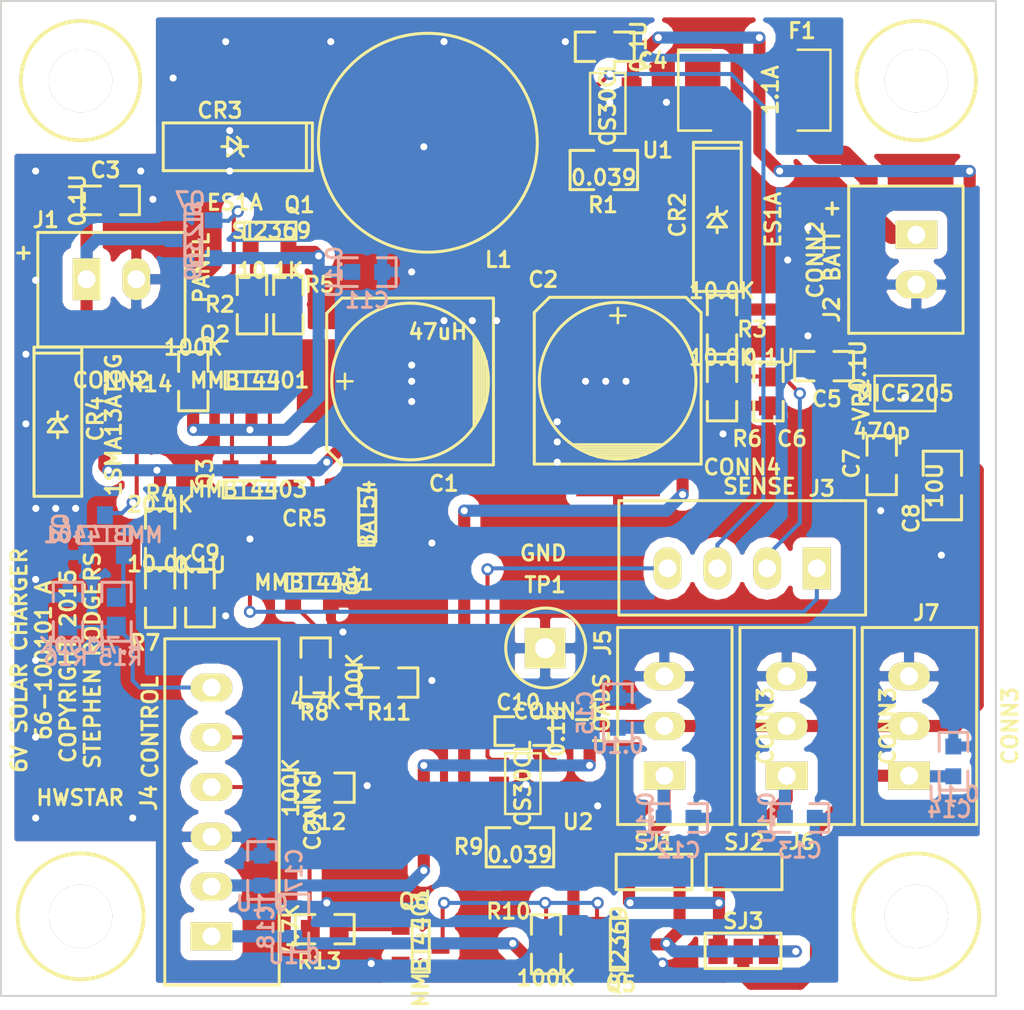
<source format=kicad_pcb>
(kicad_pcb (version 3) (host pcbnew "(2013-jul-07)-stable")
  (layers (15 F.Cu signal) (0 B.Cu signal) (18 B.Paste user) (19 F.Paste user) (20 B.SilkS user) (21 F.SilkS user) (22 B.Mask user) (23 F.Mask user) (28 Edge.Cuts user))
  (net 0 "")
  (net 1 +5V)
  (net 2 +BATT)
  (net 3 /CONVOUT)
  (net 4 /ICONV)
  (net 5 /ILOAD)
  (net 6 /LOADEN)
  (net 7 /PV+)
  (net 8 /PVEN)
  (net 9 /PVSW+)
  (net 10 /PWM)
  (net 11 /SWCONV)
  (net 12 /VBATT)
  (net 13 /VPV)
  (net 14 /VRAW)
  (net 15 /VRAW1)
  (net 16 /VRAW2)
  (net 17 /VRAW3)
  (net 18 /VRAWSW)
  (net 19 GND)
  (net 20 N-000001)
  (net 21 N-0000010)
  (net 22 N-0000022)
  (net 23 N-0000023)
  (net 24 N-000003)
  (net 25 N-000004)
  (net 26 N-000005)
  (net 27 N-000006)
  (net 28 N-000007)
  (net 29 N-000009)
  (module SMA-SAR (layer F.Cu) (at 187.8584 136.2964 90)
    (fp_text reference CR4 (at 0.2964 1.8916 90) (layer F.SilkS) (effects (font (size 0.762 0.762) (thickness 0.1524))))
    (fp_text value 1SMA13AT3G (at 0 2.79908 90) (layer F.SilkS) (effects (font (size 0.762 0.762) (thickness 0.1524))))
    (pad 1 smd rect (at -2.005 0.01 90) (size 2.5 1.7) (layers F.Cu F.Paste F.Mask) (net 19 GND))
    (pad 2 smd rect (at 1.995 0.01 90) (size 2.5 1.7) (layers F.Cu F.Paste F.Mask) (net 7 /PV+))
  )
  (module SMA-SAR (layer F.Cu) (at 221 126 90)
    (fp_text reference CR2 (at 0.25 -2 90) (layer F.SilkS) (effects (font (size 0.762 0.762) (thickness 0.1524))))
    (fp_text value ES1A (at 0 2.79908 90) (layer F.SilkS) (effects (font (size 0.762 0.762) (thickness 0.1524))))
    (pad 1 smd rect (at -2.005 0.01 90) (size 2.5 1.7) (layers F.Cu F.Paste F.Mask) (net 19 GND))
    (pad 2 smd rect (at 1.995 0.01 90) (size 2.5 1.7) (layers F.Cu F.Paste F.Mask) (net 2 +BATT))
  )
  (module SMA-SAR (layer F.Cu) (at 196.7484 122.3264)
    (fp_text reference CR3 (at -0.7484 -1.8264) (layer F.SilkS) (effects (font (size 0.762 0.762) (thickness 0.1524))))
    (fp_text value ES1A (at 0 2.79908) (layer F.SilkS) (effects (font (size 0.762 0.762) (thickness 0.1524))))
    (pad 1 smd rect (at -2.005 0.01) (size 2.5 1.7) (layers F.Cu F.Paste F.Mask) (net 19 GND))
    (pad 2 smd rect (at 1.995 0.01) (size 2.5 1.7) (layers F.Cu F.Paste F.Mask) (net 11 /SWCONV))
  )
  (module RC0805 (layer F.Cu) (at 215.2904 123.4948)
    (fp_text reference R1 (at -0.0404 1.7552) (layer F.SilkS) (effects (font (size 0.762 0.762) (thickness 0.1524))))
    (fp_text value 0.039 (at 0 0.381) (layer F.SilkS) (effects (font (size 0.762 0.762) (thickness 0.1524))))
    (pad 1 smd rect (at -0.875 0.01) (size 1.1 1.4) (layers F.Cu F.Paste F.Mask) (net 3 /CONVOUT))
    (pad 2 smd rect (at 0.875 0.01) (size 1.1 1.4) (layers F.Cu F.Paste F.Mask) (net 2 +BATT))
  )
  (module SOT23-5-SAR (layer F.Cu) (at 215.4936 120.142 270)
    (fp_text reference U1 (at 2.358 -2.5064 360) (layer F.SilkS) (effects (font (size 0.762 0.762) (thickness 0.1524))))
    (fp_text value CS30CL (at 0 0 270) (layer F.SilkS) (effects (font (size 0.762 0.762) (thickness 0.1524))))
    (pad 1 smd rect (at -0.95 1.2 270) (size 0.7 1) (layers F.Cu F.Paste F.Mask) (net 4 /ICONV))
    (pad 3 smd rect (at 0.95 1.2 270) (size 0.7 1) (layers F.Cu F.Paste F.Mask) (net 3 /CONVOUT))
    (pad 5 smd rect (at -0.95 -1.2 270) (size 0.7 1) (layers F.Cu F.Paste F.Mask) (net 1 +5V))
    (pad 2 smd rect (at 0 1.2 270) (size 0.7 1) (layers F.Cu F.Paste F.Mask) (net 19 GND))
    (pad 4 smd rect (at 0.95 -1.2 270) (size 0.7 1) (layers F.Cu F.Paste F.Mask) (net 2 +BATT))
  )
  (module SOT23-5-SAR (layer F.Cu) (at 211.2264 154.3304 270)
    (fp_text reference U2 (at 1.9196 -2.7736 360) (layer F.SilkS) (effects (font (size 0.762 0.762) (thickness 0.1524))))
    (fp_text value CS30CL (at 0 0 270) (layer F.SilkS) (effects (font (size 0.762 0.762) (thickness 0.1524))))
    (pad 1 smd rect (at -0.95 1.2 270) (size 0.7 1) (layers F.Cu F.Paste F.Mask) (net 5 /ILOAD))
    (pad 3 smd rect (at 0.95 1.2 270) (size 0.7 1) (layers F.Cu F.Paste F.Mask) (net 2 +BATT))
    (pad 5 smd rect (at -0.95 -1.2 270) (size 0.7 1) (layers F.Cu F.Paste F.Mask) (net 1 +5V))
    (pad 2 smd rect (at 0 1.2 270) (size 0.7 1) (layers F.Cu F.Paste F.Mask) (net 19 GND))
    (pad 4 smd rect (at 0.95 -1.2 270) (size 0.7 1) (layers F.Cu F.Paste F.Mask) (net 14 /VRAW))
  )
  (module RC0805 (layer F.Cu) (at 211.074 157.5308)
    (fp_text reference R9 (at -2.574 -0.0308) (layer F.SilkS) (effects (font (size 0.762 0.762) (thickness 0.1524))))
    (fp_text value 0.039 (at 0 0.381) (layer F.SilkS) (effects (font (size 0.762 0.762) (thickness 0.1524))))
    (pad 1 smd rect (at -0.875 0.01) (size 1.1 1.4) (layers F.Cu F.Paste F.Mask) (net 2 +BATT))
    (pad 2 smd rect (at 0.875 0.01) (size 1.1 1.4) (layers F.Cu F.Paste F.Mask) (net 14 /VRAW))
  )
  (module SOT23-5-SAR (layer F.Cu) (at 230.4288 134.7216 180)
    (fp_text reference VR1 (at 2.19964 -0.29972 270) (layer F.SilkS) (effects (font (size 0.762 0.762) (thickness 0.1524))))
    (fp_text value MIC5205 (at 0 0 180) (layer F.SilkS) (effects (font (size 0.762 0.762) (thickness 0.1524))))
    (pad 1 smd rect (at -0.95 1.2 180) (size 0.7 1) (layers F.Cu F.Paste F.Mask) (net 2 +BATT))
    (pad 3 smd rect (at 0.95 1.2 180) (size 0.7 1) (layers F.Cu F.Paste F.Mask) (net 2 +BATT))
    (pad 5 smd rect (at -0.95 -1.2 180) (size 0.7 1) (layers F.Cu F.Paste F.Mask) (net 1 +5V))
    (pad 2 smd rect (at 0 1.2 180) (size 0.7 1) (layers F.Cu F.Paste F.Mask) (net 19 GND))
    (pad 4 smd rect (at 0.95 -1.2 180) (size 0.7 1) (layers F.Cu F.Paste F.Mask) (net 20 N-000001))
  )
  (module RC0603 (layer F.Cu) (at 229.2604 138.3284 270)
    (fp_text reference C7 (at -0.0784 1.5104 270) (layer F.SilkS) (effects (font (size 0.762 0.762) (thickness 0.1524))))
    (fp_text value 470p (at -1.69926 0 360) (layer F.SilkS) (effects (font (size 0.762 0.762) (thickness 0.1524))))
    (pad 1 smd rect (at -0.725 0.01 270) (size 0.95 0.95) (layers F.Cu F.Paste F.Mask) (net 20 N-000001))
    (pad 2 smd rect (at 0.725 0.01 270) (size 0.95 0.95) (layers F.Cu F.Paste F.Mask) (net 19 GND))
  )
  (module RC0603 (layer F.Cu) (at 226.3648 133.35 180)
    (fp_text reference C5 (at -0.1352 -1.65 180) (layer F.SilkS) (effects (font (size 0.762 0.762) (thickness 0.1524))))
    (fp_text value 0.1U (at -1.69926 0 270) (layer F.SilkS) (effects (font (size 0.762 0.762) (thickness 0.1524))))
    (pad 1 smd rect (at -0.725 0.01 180) (size 0.95 0.95) (layers F.Cu F.Paste F.Mask) (net 2 +BATT))
    (pad 2 smd rect (at 0.725 0.01 180) (size 0.95 0.95) (layers F.Cu F.Paste F.Mask) (net 19 GND))
  )
  (module BOURNS-SDE0805A (layer F.Cu) (at 206.4512 122.1232)
    (fp_text reference L1 (at 3.5488 5.8768) (layer F.SilkS) (effects (font (size 0.762 0.762) (thickness 0.1524))))
    (fp_text value 47uH (at 0.5 9.5) (layer F.SilkS) (effects (font (size 0.762 0.762) (thickness 0.1524))))
    (pad 1 smd oval (at -3 0.01) (size 2 7.5) (layers F.Cu F.Paste F.Mask) (net 11 /SWCONV))
    (pad 2 smd oval (at 3 0.01) (size 2 7.5) (layers F.Cu F.Paste F.Mask) (net 3 /CONVOUT))
  )
  (module MINISMD1812 (layer F.Cu) (at 222.9104 119.4816)
    (fp_text reference F1 (at 2.3396 -2.9816) (layer F.SilkS) (effects (font (size 0.762 0.762) (thickness 0.1524))))
    (fp_text value 1.1A (at 0.762 0 90) (layer F.SilkS) (effects (font (size 0.762 0.762) (thickness 0.1524))))
    (pad 1 smd rect (at -2.645 0.01) (size 1.78 3.15) (layers F.Cu F.Paste F.Mask) (net 2 +BATT))
    (pad 2 smd rect (at 2.585 0.01) (size 1.78 3.15) (layers F.Cu F.Paste F.Mask) (net 28 N-000007))
  )
  (module RC0603 (layer F.Cu) (at 215.3412 117.2972 180)
    (fp_text reference C4 (at -2.4088 -0.7028 180) (layer F.SilkS) (effects (font (size 0.762 0.762) (thickness 0.1524))))
    (fp_text value 0.1U (at -1.69926 0 270) (layer F.SilkS) (effects (font (size 0.762 0.762) (thickness 0.1524))))
    (pad 1 smd rect (at -0.725 0.01 180) (size 0.95 0.95) (layers F.Cu F.Paste F.Mask) (net 1 +5V))
    (pad 2 smd rect (at 0.725 0.01 180) (size 0.95 0.95) (layers F.Cu F.Paste F.Mask) (net 19 GND))
  )
  (module CC0603 (layer F.Cu) (at 190.5 125.0188)
    (fp_text reference C3 (at -0.25 -1.5188) (layer F.SilkS) (effects (font (size 0.762 0.762) (thickness 0.1524))))
    (fp_text value 0.1U (at -1.651 0 90) (layer F.SilkS) (effects (font (size 0.762 0.762) (thickness 0.1524))))
    (pad 1 smd rect (at -0.75 0.01) (size 0.8 0.8) (layers F.Cu F.Paste F.Mask) (net 7 /PV+))
    (pad 2 smd rect (at 0.75 0.01) (size 0.8 0.8) (layers F.Cu F.Paste F.Mask) (net 19 GND))
  )
  (module JST_B2B_XH_A (layer F.Cu) (at 190.5508 128.9812)
    (fp_text reference J1 (at -3.3008 -2.9812) (layer F.SilkS) (effects (font (size 0.762 0.762) (thickness 0.1524))))
    (fp_text value CONN2 (at 0 5.08) (layer F.SilkS) (effects (font (size 0.762 0.762) (thickness 0.1524))))
    (pad 1 thru_hole rect (at -1.25 0) (size 1.4 2.1) (drill 0.9) (layers *.Cu *.Mask F.SilkS) (net 7 /PV+))
    (pad 2 thru_hole oval (at 1.25 0) (size 1.4 2.1) (drill 0.9) (layers *.Cu *.Mask F.SilkS) (net 19 GND))
  )
  (module SOT23-3-SAR (layer B.Cu) (at 194.6656 127 270)
    (fp_text reference Q7 (at -2 0.1656 540) (layer B.SilkS) (effects (font (size 0.762 0.762) (thickness 0.1524)) (justify mirror)))
    (fp_text value SI2369 (at 0.0635 0 270) (layer B.SilkS) (effects (font (size 0.762 0.762) (thickness 0.1524)) (justify mirror)))
    (pad 3 smd rect (at -0.03 0.99 270) (size 0.8 0.9) (layers B.Cu B.Paste B.Mask) (net 7 /PV+))
    (pad 2 smd rect (at 0.92 -1.01 270) (size 0.8 0.9) (layers B.Cu B.Paste B.Mask) (net 9 /PVSW+))
    (pad 1 smd rect (at -0.98 -1.01 270) (size 0.8 0.9) (layers B.Cu B.Paste B.Mask) (net 23 N-0000023))
  )
  (module SOT23-3-SAR (layer F.Cu) (at 198.5264 126.5428)
    (fp_text reference Q1 (at 1.4736 -1.2928) (layer F.SilkS) (effects (font (size 0.762 0.762) (thickness 0.1524))))
    (fp_text value SI2369 (at 0.0635 0) (layer F.SilkS) (effects (font (size 0.762 0.762) (thickness 0.1524))))
    (pad 3 smd rect (at -0.03 -0.99) (size 0.8 0.9) (layers F.Cu F.Paste F.Mask) (net 11 /SWCONV))
    (pad 2 smd rect (at 0.92 1.01) (size 0.8 0.9) (layers F.Cu F.Paste F.Mask) (net 9 /PVSW+))
    (pad 1 smd rect (at -0.98 1.01) (size 0.8 0.9) (layers F.Cu F.Paste F.Mask) (net 27 N-000006))
  )
  (module SOT23-3-SAR (layer F.Cu) (at 197.5612 134.0612 180)
    (fp_text reference Q2 (at 1.8112 2.3112 180) (layer F.SilkS) (effects (font (size 0.762 0.762) (thickness 0.1524))))
    (fp_text value MMBT4401 (at 0.0635 0 180) (layer F.SilkS) (effects (font (size 0.762 0.762) (thickness 0.1524))))
    (pad 3 smd rect (at -0.03 -0.99 180) (size 0.8 0.9) (layers F.Cu F.Paste F.Mask) (net 9 /PVSW+))
    (pad 2 smd rect (at 0.92 1.01 180) (size 0.8 0.9) (layers F.Cu F.Paste F.Mask) (net 26 N-000005))
    (pad 1 smd rect (at -0.98 1.01 180) (size 0.8 0.9) (layers F.Cu F.Paste F.Mask) (net 21 N-0000010))
  )
  (module SOT23-3-SAR (layer F.Cu) (at 197.4596 139.5476 180)
    (fp_text reference Q3 (at 2.2096 0.7976 270) (layer F.SilkS) (effects (font (size 0.762 0.762) (thickness 0.1524))))
    (fp_text value MMBT4403 (at 0.0635 0 180) (layer F.SilkS) (effects (font (size 0.762 0.762) (thickness 0.1524))))
    (pad 3 smd rect (at -0.03 -0.99 180) (size 0.8 0.9) (layers F.Cu F.Paste F.Mask) (net 19 GND))
    (pad 2 smd rect (at 0.92 1.01 180) (size 0.8 0.9) (layers F.Cu F.Paste F.Mask) (net 26 N-000005))
    (pad 1 smd rect (at -0.98 1.01 180) (size 0.8 0.9) (layers F.Cu F.Paste F.Mask) (net 21 N-0000010))
  )
  (module SOT23-3-SAR (layer F.Cu) (at 203.4032 140.8684 90)
    (fp_text reference CR5 (at -0.1316 -3.1532 180) (layer F.SilkS) (effects (font (size 0.762 0.762) (thickness 0.1524))))
    (fp_text value BAT54 (at 0.0635 0 90) (layer F.SilkS) (effects (font (size 0.762 0.762) (thickness 0.1524))))
    (pad 3 smd rect (at -0.03 -0.99 90) (size 0.8 0.9) (layers F.Cu F.Paste F.Mask) (net 21 N-0000010))
    (pad 2 smd rect (at 0.92 1.01 90) (size 0.8 0.9) (layers F.Cu F.Paste F.Mask))
    (pad 1 smd rect (at -0.98 1.01 90) (size 0.8 0.9) (layers F.Cu F.Paste F.Mask) (net 29 N-000009))
  )
  (module SOT23-3-SAR (layer F.Cu) (at 200.66 144.2212)
    (fp_text reference Q4 (at 1.99898 -0.09906 90) (layer F.SilkS) (effects (font (size 0.762 0.762) (thickness 0.1524))))
    (fp_text value MMBT4401 (at 0.0635 0) (layer F.SilkS) (effects (font (size 0.762 0.762) (thickness 0.1524))))
    (pad 3 smd rect (at -0.03 -0.99) (size 0.8 0.9) (layers F.Cu F.Paste F.Mask) (net 21 N-0000010))
    (pad 2 smd rect (at 0.92 1.01) (size 0.8 0.9) (layers F.Cu F.Paste F.Mask) (net 19 GND))
    (pad 1 smd rect (at -0.98 1.01) (size 0.8 0.9) (layers F.Cu F.Paste F.Mask) (net 29 N-000009))
  )
  (module SOT23-3-SAR (layer B.Cu) (at 190.1952 141.8336 180)
    (fp_text reference Q8 (at 2.1952 0.3336 450) (layer B.SilkS) (effects (font (size 0.762 0.762) (thickness 0.1524)) (justify mirror)))
    (fp_text value MMBT4401 (at 0.0635 0 180) (layer B.SilkS) (effects (font (size 0.762 0.762) (thickness 0.1524)) (justify mirror)))
    (pad 3 smd rect (at -0.03 0.99 180) (size 0.8 0.9) (layers B.Cu B.Paste B.Mask) (net 23 N-0000023))
    (pad 2 smd rect (at 0.92 -1.01 180) (size 0.8 0.9) (layers B.Cu B.Paste B.Mask) (net 19 GND))
    (pad 1 smd rect (at -0.98 -1.01 180) (size 0.8 0.9) (layers B.Cu B.Paste B.Mask) (net 22 N-0000022))
  )
  (module SOT23-3-SAR (layer F.Cu) (at 216.0524 162.4076 270)
    (fp_text reference Q5 (at 1.99898 -0.09906 360) (layer F.SilkS) (effects (font (size 0.762 0.762) (thickness 0.1524))))
    (fp_text value SI2369 (at 0.0635 0 270) (layer F.SilkS) (effects (font (size 0.762 0.762) (thickness 0.1524))))
    (pad 3 smd rect (at -0.03 -0.99 270) (size 0.8 0.9) (layers F.Cu F.Paste F.Mask) (net 18 /VRAWSW))
    (pad 2 smd rect (at 0.92 1.01 270) (size 0.8 0.9) (layers F.Cu F.Paste F.Mask) (net 14 /VRAW))
    (pad 1 smd rect (at -0.98 1.01 270) (size 0.8 0.9) (layers F.Cu F.Paste F.Mask) (net 25 N-000004))
  )
  (module SJ3 (layer F.Cu) (at 217.8304 158.8008 90)
    (fp_text reference SJ1 (at 1.524 0 180) (layer F.SilkS) (effects (font (size 0.762 0.762) (thickness 0.1524))))
    (fp_text value GS3 hide)
    (pad 1 smd rect (at 0 -1.27 90) (size 1.27 0.9652) (layers F.Cu F.Paste F.Mask) (net 14 /VRAW))
    (pad 2 smd rect (at 0 0 90) (size 1.27 0.9652) (layers F.Cu F.Paste F.Mask) (net 15 /VRAW1))
    (pad 3 smd rect (at 0 1.27 90) (size 1.27 0.9652) (layers F.Cu F.Paste F.Mask) (net 18 /VRAWSW))
  )
  (module SJ3 (layer F.Cu) (at 222.3516 158.8008 90)
    (fp_text reference SJ2 (at 1.524 0 180) (layer F.SilkS) (effects (font (size 0.762 0.762) (thickness 0.1524))))
    (fp_text value GS3 hide)
    (pad 1 smd rect (at 0 -1.27 90) (size 1.27 0.9652) (layers F.Cu F.Paste F.Mask) (net 14 /VRAW))
    (pad 2 smd rect (at 0 0 90) (size 1.27 0.9652) (layers F.Cu F.Paste F.Mask) (net 16 /VRAW2))
    (pad 3 smd rect (at 0 1.27 90) (size 1.27 0.9652) (layers F.Cu F.Paste F.Mask) (net 18 /VRAWSW))
  )
  (module SJ3 (layer F.Cu) (at 222.3008 162.7632 90)
    (fp_text reference SJ3 (at 1.524 0 180) (layer F.SilkS) (effects (font (size 0.762 0.762) (thickness 0.1524))))
    (fp_text value GS3 hide)
    (pad 1 smd rect (at 0 -1.27 90) (size 1.27 0.9652) (layers F.Cu F.Paste F.Mask) (net 14 /VRAW))
    (pad 2 smd rect (at 0 0 90) (size 1.27 0.9652) (layers F.Cu F.Paste F.Mask) (net 17 /VRAW3))
    (pad 3 smd rect (at 0 1.27 90) (size 1.27 0.9652) (layers F.Cu F.Paste F.Mask) (net 18 /VRAWSW))
  )
  (module SOT23-3-SAR (layer F.Cu) (at 206.0956 162.5092 270)
    (fp_text reference Q6 (at -2.2592 0.3456 360) (layer F.SilkS) (effects (font (size 0.762 0.762) (thickness 0.1524))))
    (fp_text value MMBT4401 (at 0.0635 0 270) (layer F.SilkS) (effects (font (size 0.762 0.762) (thickness 0.1524))))
    (pad 3 smd rect (at -0.03 -0.99 270) (size 0.8 0.9) (layers F.Cu F.Paste F.Mask) (net 25 N-000004))
    (pad 2 smd rect (at 0.92 1.01 270) (size 0.8 0.9) (layers F.Cu F.Paste F.Mask) (net 19 GND))
    (pad 1 smd rect (at -0.98 1.01 270) (size 0.8 0.9) (layers F.Cu F.Paste F.Mask) (net 24 N-000003))
  )
  (module JST_B3B_XH_A (layer F.Cu) (at 218.3384 151.4348 90)
    (fp_text reference J5 (at 4.1848 -3.0884 90) (layer F.SilkS) (effects (font (size 0.762 0.762) (thickness 0.1524))))
    (fp_text value CONN3 (at 0 5.08 90) (layer F.SilkS) (effects (font (size 0.762 0.762) (thickness 0.1524))))
    (pad 1 thru_hole rect (at -2.5 0 90) (size 1.4 2.1) (drill 0.9) (layers *.Cu *.Mask F.SilkS) (net 15 /VRAW1))
    (pad 3 thru_hole oval (at 2.5 0 90) (size 1.4 2.1) (drill 0.9) (layers *.Cu *.Mask F.SilkS) (net 19 GND))
    (pad 2 thru_hole oval (at 0 0 90) (size 1.4 2.1) (drill 0.9) (layers *.Cu *.Mask F.SilkS) (net 1 +5V))
  )
  (module JST_B3B_XH_A (layer F.Cu) (at 224.4852 151.4348 90)
    (fp_text reference J6 (at -5.8152 0.7648 180) (layer F.SilkS) (effects (font (size 0.762 0.762) (thickness 0.1524))))
    (fp_text value CONN3 (at 0 5.08 90) (layer F.SilkS) (effects (font (size 0.762 0.762) (thickness 0.1524))))
    (pad 1 thru_hole rect (at -2.5 0 90) (size 1.4 2.1) (drill 0.9) (layers *.Cu *.Mask F.SilkS) (net 16 /VRAW2))
    (pad 3 thru_hole oval (at 2.5 0 90) (size 1.4 2.1) (drill 0.9) (layers *.Cu *.Mask F.SilkS) (net 19 GND))
    (pad 2 thru_hole oval (at 0 0 90) (size 1.4 2.1) (drill 0.9) (layers *.Cu *.Mask F.SilkS) (net 1 +5V))
  )
  (module JST_B3B_XH_A (layer F.Cu) (at 230.632 151.4348 90)
    (fp_text reference J7 (at 5.6848 0.868 180) (layer F.SilkS) (effects (font (size 0.762 0.762) (thickness 0.1524))))
    (fp_text value CONN3 (at 0 5.08 90) (layer F.SilkS) (effects (font (size 0.762 0.762) (thickness 0.1524))))
    (pad 1 thru_hole rect (at -2.5 0 90) (size 1.4 2.1) (drill 0.9) (layers *.Cu *.Mask F.SilkS) (net 17 /VRAW3))
    (pad 3 thru_hole oval (at 2.5 0 90) (size 1.4 2.1) (drill 0.9) (layers *.Cu *.Mask F.SilkS) (net 19 GND))
    (pad 2 thru_hole oval (at 0 0 90) (size 1.4 2.1) (drill 0.9) (layers *.Cu *.Mask F.SilkS) (net 1 +5V))
  )
  (module JST_B4B_XH_A (layer F.Cu) (at 222.25 143.51 180)
    (fp_text reference J3 (at -4 4.01 180) (layer F.SilkS) (effects (font (size 0.762 0.762) (thickness 0.1524))))
    (fp_text value CONN4 (at 0 5.08 180) (layer F.SilkS) (effects (font (size 0.762 0.762) (thickness 0.1524))))
    (pad 2 thru_hole oval (at -1.25 0 180) (size 1.4 2.1) (drill 0.9) (layers *.Cu *.Mask F.SilkS) (net 12 /VBATT))
    (pad 3 thru_hole oval (at 1.25 0 180) (size 1.4 2.1) (drill 0.9) (layers *.Cu *.Mask F.SilkS) (net 4 /ICONV))
    (pad 1 thru_hole rect (at -3.75 0 180) (size 1.4 2.1) (drill 0.9) (layers *.Cu *.Mask F.SilkS) (net 13 /VPV))
    (pad 4 thru_hole oval (at 3.75 0 180) (size 1.4 2.1) (drill 0.9) (layers *.Cu *.Mask F.SilkS) (net 5 /ILOAD))
  )
  (module JST_B6B_XH_A (layer F.Cu) (at 195.58 155.7528 90)
    (fp_text reference J4 (at 0.7112 -3.1496 90) (layer F.SilkS) (effects (font (size 0.762 0.762) (thickness 0.1524))))
    (fp_text value CONN6 (at 0 5.08 90) (layer F.SilkS) (effects (font (size 0.762 0.762) (thickness 0.1524))))
    (pad 2 thru_hole oval (at -3.75 0 90) (size 1.4 2.1) (drill 0.9) (layers *.Cu *.Mask F.SilkS) (net 1 +5V))
    (pad 3 thru_hole oval (at -1.25 0 90) (size 1.4 2.1) (drill 0.9) (layers *.Cu *.Mask F.SilkS) (net 19 GND))
    (pad 1 thru_hole rect (at -6.25 0 90) (size 1.4 2.1) (drill 0.9) (layers *.Cu *.Mask F.SilkS) (net 14 /VRAW))
    (pad 4 thru_hole oval (at 1.25 0 90) (size 1.4 2.1) (drill 0.9) (layers *.Cu *.Mask F.SilkS) (net 6 /LOADEN))
    (pad 5 thru_hole oval (at 3.75 0 90) (size 1.4 2.1) (drill 0.9) (layers *.Cu *.Mask F.SilkS) (net 10 /PWM))
    (pad 6 thru_hole oval (at 6.25 0 90) (size 1.4 2.1) (drill 0.9) (layers *.Cu *.Mask F.SilkS) (net 8 /PVEN))
  )
  (module JST_B2B_XH_A (layer F.Cu) (at 231 128 270)
    (fp_text reference J2 (at 2.5 4.25 270) (layer F.SilkS) (effects (font (size 0.762 0.762) (thickness 0.1524))))
    (fp_text value CONN2 (at 0 5.08 270) (layer F.SilkS) (effects (font (size 0.762 0.762) (thickness 0.1524))))
    (pad 1 thru_hole rect (at -1.25 0 270) (size 1.4 2.1) (drill 0.9) (layers *.Cu *.Mask F.SilkS) (net 28 N-000007))
    (pad 2 thru_hole oval (at 1.25 0 270) (size 1.4 2.1) (drill 0.9) (layers *.Cu *.Mask F.SilkS) (net 19 GND))
  )
  (module TESTPIN (layer F.Cu) (at 212.344 147.5232)
    (fp_text reference TP1 (at 0 -3.175) (layer F.SilkS) (effects (font (size 0.762 0.762) (thickness 0.1524))))
    (fp_text value CONN_1 (at 0.635 3.175) (layer F.SilkS) (effects (font (size 0.762 0.762) (thickness 0.1524))))
    (pad 1 thru_hole rect (at 0 0) (size 2.032 2.032) (drill 1.016) (layers *.Cu *.Mask F.SilkS) (net 19 GND))
  )
  (module CAP_ELEC_SMT_8X10 (layer F.Cu) (at 216.0016 134.112 90)
    (fp_text reference C2 (at 5.112 -3.7516 180) (layer F.SilkS) (effects (font (size 0.762 0.762) (thickness 0.1524))))
    (fp_text value 470U hide)
    (pad 1 smd rect (at 3.47 0.01 90) (size 4.5 4.2) (layers F.Cu F.Paste F.Mask) (net 3 /CONVOUT))
    (pad 2 smd rect (at -3.53 0.01 90) (size 4.5 4.2) (layers F.Cu F.Paste F.Mask) (net 19 GND))
  )
  (module CAP_ELEC_SMT_8X10 (layer F.Cu) (at 205.5876 134.112 180)
    (fp_text reference C1 (at -1.6624 -5.138 180) (layer F.SilkS) (effects (font (size 0.762 0.762) (thickness 0.1524))))
    (fp_text value 470U hide)
    (pad 1 smd rect (at 3.47 0.01 180) (size 4.5 4.2) (layers F.Cu F.Paste F.Mask) (net 7 /PV+))
    (pad 2 smd rect (at -3.53 0.01 180) (size 4.5 4.2) (layers F.Cu F.Paste F.Mask) (net 19 GND))
  )
  (module RC0603 (layer F.Cu) (at 199.4408 130.2512 270)
    (fp_text reference R5 (at -1.0012 -1.5592 360) (layer F.SilkS) (effects (font (size 0.762 0.762) (thickness 0.1524))))
    (fp_text value 1K (at -1.69926 0 360) (layer F.SilkS) (effects (font (size 0.762 0.762) (thickness 0.1524))))
    (pad 1 smd rect (at -0.725 0.01 270) (size 0.95 0.95) (layers F.Cu F.Paste F.Mask) (net 9 /PVSW+))
    (pad 2 smd rect (at 0.725 0.01 270) (size 0.95 0.95) (layers F.Cu F.Paste F.Mask) (net 21 N-0000010))
  )
  (module RC0603 (layer F.Cu) (at 197.612 130.2512 270)
    (fp_text reference R2 (at -0.0012 1.612 360) (layer F.SilkS) (effects (font (size 0.762 0.762) (thickness 0.1524))))
    (fp_text value 10 (at -1.69926 0 360) (layer F.SilkS) (effects (font (size 0.762 0.762) (thickness 0.1524))))
    (pad 1 smd rect (at -0.725 0.01 270) (size 0.95 0.95) (layers F.Cu F.Paste F.Mask) (net 27 N-000006))
    (pad 2 smd rect (at 0.725 0.01 270) (size 0.95 0.95) (layers F.Cu F.Paste F.Mask) (net 26 N-000005))
  )
  (module RC0603 (layer F.Cu) (at 194.6656 134.112 270)
    (fp_text reference R14 (at 0.138 2.1656 360) (layer F.SilkS) (effects (font (size 0.762 0.762) (thickness 0.1524))))
    (fp_text value 100K (at -1.69926 0 360) (layer F.SilkS) (effects (font (size 0.762 0.762) (thickness 0.1524))))
    (pad 1 smd rect (at -0.725 0.01 270) (size 0.95 0.95) (layers F.Cu F.Paste F.Mask) (net 23 N-0000023))
    (pad 2 smd rect (at 0.725 0.01 270) (size 0.95 0.95) (layers F.Cu F.Paste F.Mask) (net 9 /PVSW+))
  )
  (module RC0603 (layer F.Cu) (at 221.234 131.2672 270)
    (fp_text reference R3 (at 0.2328 -1.516 360) (layer F.SilkS) (effects (font (size 0.762 0.762) (thickness 0.1524))))
    (fp_text value 10.0K (at -1.69926 0 360) (layer F.SilkS) (effects (font (size 0.762 0.762) (thickness 0.1524))))
    (pad 1 smd rect (at -0.725 0.01 270) (size 0.95 0.95) (layers F.Cu F.Paste F.Mask) (net 2 +BATT))
    (pad 2 smd rect (at 0.725 0.01 270) (size 0.95 0.95) (layers F.Cu F.Paste F.Mask) (net 12 /VBATT))
  )
  (module RC0603 (layer F.Cu) (at 221.234 134.62 270)
    (fp_text reference R6 (at 2.38 -1.266 360) (layer F.SilkS) (effects (font (size 0.762 0.762) (thickness 0.1524))))
    (fp_text value 10.0K (at -1.69926 0 360) (layer F.SilkS) (effects (font (size 0.762 0.762) (thickness 0.1524))))
    (pad 1 smd rect (at -0.725 0.01 270) (size 0.95 0.95) (layers F.Cu F.Paste F.Mask) (net 12 /VBATT))
    (pad 2 smd rect (at 0.725 0.01 270) (size 0.95 0.95) (layers F.Cu F.Paste F.Mask) (net 19 GND))
  )
  (module RC0603 (layer F.Cu) (at 223.5708 134.62 270)
    (fp_text reference C6 (at 2.38 -1.1792 360) (layer F.SilkS) (effects (font (size 0.762 0.762) (thickness 0.1524))))
    (fp_text value 0.1U (at -1.69926 0 360) (layer F.SilkS) (effects (font (size 0.762 0.762) (thickness 0.1524))))
    (pad 1 smd rect (at -0.725 0.01 270) (size 0.95 0.95) (layers F.Cu F.Paste F.Mask) (net 12 /VBATT))
    (pad 2 smd rect (at 0.725 0.01 270) (size 0.95 0.95) (layers F.Cu F.Paste F.Mask) (net 19 GND))
  )
  (module RC0603 (layer B.Cu) (at 188.3664 145.6944 90)
    (fp_text reference R16 (at -2.3056 -0.1164 360) (layer B.SilkS) (effects (font (size 0.762 0.762) (thickness 0.1524)) (justify mirror)))
    (fp_text value 100K (at -1.69926 0 360) (layer B.SilkS) (effects (font (size 0.762 0.762) (thickness 0.1524)) (justify mirror)))
    (pad 1 smd rect (at -0.725 -0.01 90) (size 0.95 0.95) (layers B.Cu B.Paste B.Mask) (net 8 /PVEN))
    (pad 2 smd rect (at 0.725 -0.01 90) (size 0.95 0.95) (layers B.Cu B.Paste B.Mask) (net 19 GND))
  )
  (module RC0603 (layer B.Cu) (at 190.8048 145.6944 90)
    (fp_text reference R15 (at -2.3056 0.1952 360) (layer B.SilkS) (effects (font (size 0.762 0.762) (thickness 0.1524)) (justify mirror)))
    (fp_text value 4.7K (at -1.69926 0 360) (layer B.SilkS) (effects (font (size 0.762 0.762) (thickness 0.1524)) (justify mirror)))
    (pad 1 smd rect (at -0.725 -0.01 90) (size 0.95 0.95) (layers B.Cu B.Paste B.Mask) (net 8 /PVEN))
    (pad 2 smd rect (at 0.725 -0.01 90) (size 0.95 0.95) (layers B.Cu B.Paste B.Mask) (net 22 N-0000022))
  )
  (module RC0603 (layer F.Cu) (at 193 142 270)
    (fp_text reference R4 (at -2.25 0 360) (layer F.SilkS) (effects (font (size 0.762 0.762) (thickness 0.1524))))
    (fp_text value 20.0K (at -1.69926 0 360) (layer F.SilkS) (effects (font (size 0.762 0.762) (thickness 0.1524))))
    (pad 1 smd rect (at -0.725 0.01 270) (size 0.95 0.95) (layers F.Cu F.Paste F.Mask) (net 7 /PV+))
    (pad 2 smd rect (at 0.725 0.01 270) (size 0.95 0.95) (layers F.Cu F.Paste F.Mask) (net 13 /VPV))
  )
  (module RC0603 (layer F.Cu) (at 193 145 270)
    (fp_text reference R7 (at 2.25 0.75 360) (layer F.SilkS) (effects (font (size 0.762 0.762) (thickness 0.1524))))
    (fp_text value 10.0K (at -1.69926 0 360) (layer F.SilkS) (effects (font (size 0.762 0.762) (thickness 0.1524))))
    (pad 1 smd rect (at -0.725 0.01 270) (size 0.95 0.95) (layers F.Cu F.Paste F.Mask) (net 13 /VPV))
    (pad 2 smd rect (at 0.725 0.01 270) (size 0.95 0.95) (layers F.Cu F.Paste F.Mask) (net 19 GND))
  )
  (module CC0603 (layer F.Cu) (at 195 145 270)
    (fp_text reference C9 (at -2.25 -0.25 360) (layer F.SilkS) (effects (font (size 0.762 0.762) (thickness 0.1524))))
    (fp_text value 0.1U (at -1.651 0 360) (layer F.SilkS) (effects (font (size 0.762 0.762) (thickness 0.1524))))
    (pad 1 smd rect (at -0.75 0.01 270) (size 0.8 0.8) (layers F.Cu F.Paste F.Mask) (net 13 /VPV))
    (pad 2 smd rect (at 0.75 0.01 270) (size 0.8 0.8) (layers F.Cu F.Paste F.Mask) (net 19 GND))
  )
  (module RC0603 (layer F.Cu) (at 200.8124 148.4884 90)
    (fp_text reference R8 (at -2.2616 -0.0624 180) (layer F.SilkS) (effects (font (size 0.762 0.762) (thickness 0.1524))))
    (fp_text value 4.7K (at -1.69926 0 180) (layer F.SilkS) (effects (font (size 0.762 0.762) (thickness 0.1524))))
    (pad 1 smd rect (at -0.725 0.01 90) (size 0.95 0.95) (layers F.Cu F.Paste F.Mask) (net 10 /PWM))
    (pad 2 smd rect (at 0.725 0.01 90) (size 0.95 0.95) (layers F.Cu F.Paste F.Mask) (net 29 N-000009))
  )
  (module RC0603 (layer F.Cu) (at 204.47 149.2504)
    (fp_text reference R11 (at 0.03 1.4996) (layer F.SilkS) (effects (font (size 0.762 0.762) (thickness 0.1524))))
    (fp_text value 100K (at -1.69926 0 90) (layer F.SilkS) (effects (font (size 0.762 0.762) (thickness 0.1524))))
    (pad 1 smd rect (at -0.725 0.01) (size 0.95 0.95) (layers F.Cu F.Paste F.Mask) (net 10 /PWM))
    (pad 2 smd rect (at 0.725 0.01) (size 0.95 0.95) (layers F.Cu F.Paste F.Mask) (net 19 GND))
  )
  (module RC0603 (layer F.Cu) (at 201.2696 154.5336)
    (fp_text reference R12 (at -0.0196 1.7164) (layer F.SilkS) (effects (font (size 0.762 0.762) (thickness 0.1524))))
    (fp_text value 100K (at -1.69926 0 90) (layer F.SilkS) (effects (font (size 0.762 0.762) (thickness 0.1524))))
    (pad 1 smd rect (at -0.725 0.01) (size 0.95 0.95) (layers F.Cu F.Paste F.Mask) (net 6 /LOADEN))
    (pad 2 smd rect (at 0.725 0.01) (size 0.95 0.95) (layers F.Cu F.Paste F.Mask) (net 19 GND))
  )
  (module CC0603 (layer F.Cu) (at 211.2772 151.6888 180)
    (fp_text reference C10 (at 0.2772 1.4388 180) (layer F.SilkS) (effects (font (size 0.762 0.762) (thickness 0.1524))))
    (fp_text value 0.1U (at -1.651 0 270) (layer F.SilkS) (effects (font (size 0.762 0.762) (thickness 0.1524))))
    (pad 1 smd rect (at -0.75 0.01 180) (size 0.8 0.8) (layers F.Cu F.Paste F.Mask) (net 1 +5V))
    (pad 2 smd rect (at 0.75 0.01 180) (size 0.8 0.8) (layers F.Cu F.Paste F.Mask) (net 19 GND))
  )
  (module RC0603 (layer F.Cu) (at 212.3948 162.4076 90)
    (fp_text reference R10 (at 1.6576 -1.8948 180) (layer F.SilkS) (effects (font (size 0.762 0.762) (thickness 0.1524))))
    (fp_text value 100K (at -1.69926 0 180) (layer F.SilkS) (effects (font (size 0.762 0.762) (thickness 0.1524))))
    (pad 1 smd rect (at -0.725 0.01 90) (size 0.95 0.95) (layers F.Cu F.Paste F.Mask) (net 14 /VRAW))
    (pad 2 smd rect (at 0.725 0.01 90) (size 0.95 0.95) (layers F.Cu F.Paste F.Mask) (net 25 N-000004))
  )
  (module RC0603 (layer F.Cu) (at 201.2696 161.6456)
    (fp_text reference R13 (at -0.2696 1.6044) (layer F.SilkS) (effects (font (size 0.762 0.762) (thickness 0.1524))))
    (fp_text value 4.7K (at -1.69926 0 90) (layer F.SilkS) (effects (font (size 0.762 0.762) (thickness 0.1524))))
    (pad 1 smd rect (at -0.725 0.01) (size 0.95 0.95) (layers F.Cu F.Paste F.Mask) (net 6 /LOADEN))
    (pad 2 smd rect (at 0.725 0.01) (size 0.95 0.95) (layers F.Cu F.Paste F.Mask) (net 24 N-000003))
  )
  (module CC0805 (layer F.Cu) (at 232.3084 139.3444 270)
    (fp_text reference C8 (at 1.6556 1.5584 270) (layer F.SilkS) (effects (font (size 0.762 0.762) (thickness 0.1524))))
    (fp_text value 10U (at 0 0.381 270) (layer F.SilkS) (effects (font (size 0.762 0.762) (thickness 0.1524))))
    (pad 1 smd rect (at -0.9525 0.01 270) (size 0.9 1.3) (layers F.Cu F.Paste F.Mask) (net 1 +5V))
    (pad 2 smd rect (at 0.9525 0.01 270) (size 0.9 1.3) (layers F.Cu F.Paste F.Mask) (net 19 GND))
  )
  (module MTGHOLE125 (layer F.Cu) (at 189 119)
    (fp_text reference MTGHOLE125 hide)
    (fp_text value VAL** hide)
    (pad 1 thru_hole circle (at 0 0) (size 3.175 3.175) (drill 3.175) (layers *.Cu *.Mask F.SilkS))
  )
  (module MTGHOLE125 (layer F.Cu) (at 231 119)
    (fp_text reference MTGHOLE125 hide)
    (fp_text value VAL** hide)
    (pad 1 thru_hole circle (at 0 0) (size 3.175 3.175) (drill 3.175) (layers *.Cu *.Mask F.SilkS))
  )
  (module MTGHOLE125 (layer F.Cu) (at 231 161)
    (fp_text reference MTGHOLE125 hide)
    (fp_text value VAL** hide)
    (pad 1 thru_hole circle (at 0 0) (size 3.175 3.175) (drill 3.175) (layers *.Cu *.Mask F.SilkS))
  )
  (module MTGHOLE125 (layer F.Cu) (at 189 161)
    (fp_text reference MTGHOLE125 hide)
    (fp_text value VAL** hide)
    (pad 1 thru_hole circle (at 0 0) (size 3.175 3.175) (drill 3.175) (layers *.Cu *.Mask F.SilkS))
  )
  (module CC0603 (layer B.Cu) (at 203.4032 128.6256)
    (fp_text reference C11 (at 0 1.4224) (layer B.SilkS) (effects (font (size 0.762 0.762) (thickness 0.1524)) (justify mirror)))
    (fp_text value 0.1U (at -1.651 0 270) (layer B.SilkS) (effects (font (size 0.762 0.762) (thickness 0.1524)) (justify mirror)))
    (pad 1 smd rect (at -0.75 -0.01) (size 0.8 0.8) (layers B.Cu B.Paste B.Mask) (net 9 /PVSW+))
    (pad 2 smd rect (at 0.75 -0.01) (size 0.8 0.8) (layers B.Cu B.Paste B.Mask) (net 19 GND))
  )
  (module CC0603 (layer B.Cu) (at 225.1456 156.0576)
    (fp_text reference C13 (at 0 1.6256) (layer B.SilkS) (effects (font (size 0.762 0.762) (thickness 0.1524)) (justify mirror)))
    (fp_text value 0.1U (at -1.651 0 270) (layer B.SilkS) (effects (font (size 0.762 0.762) (thickness 0.1524)) (justify mirror)))
    (pad 1 smd rect (at -0.75 -0.01) (size 0.8 0.8) (layers B.Cu B.Paste B.Mask) (net 16 /VRAW2))
    (pad 2 smd rect (at 0.75 -0.01) (size 0.8 0.8) (layers B.Cu B.Paste B.Mask) (net 19 GND))
  )
  (module CC0603 (layer B.Cu) (at 232.8672 153.2128 90)
    (fp_text reference C14 (at -2.4384 -0.2032 360) (layer B.SilkS) (effects (font (size 0.762 0.762) (thickness 0.1524)) (justify mirror)))
    (fp_text value 0.1U (at -1.651 0 360) (layer B.SilkS) (effects (font (size 0.762 0.762) (thickness 0.1524)) (justify mirror)))
    (pad 1 smd rect (at -0.75 -0.01 90) (size 0.8 0.8) (layers B.Cu B.Paste B.Mask) (net 17 /VRAW3))
    (pad 2 smd rect (at 0.75 -0.01 90) (size 0.8 0.8) (layers B.Cu B.Paste B.Mask) (net 19 GND))
  )
  (module CC0603 (layer B.Cu) (at 216.0016 150.7744 90)
    (fp_text reference C15 (at 0 -1.6256 90) (layer B.SilkS) (effects (font (size 0.762 0.762) (thickness 0.1524)) (justify mirror)))
    (fp_text value 0.1U (at -1.651 0 360) (layer B.SilkS) (effects (font (size 0.762 0.762) (thickness 0.1524)) (justify mirror)))
    (pad 1 smd rect (at -0.75 -0.01 90) (size 0.8 0.8) (layers B.Cu B.Paste B.Mask) (net 1 +5V))
    (pad 2 smd rect (at 0.75 -0.01 90) (size 0.8 0.8) (layers B.Cu B.Paste B.Mask) (net 19 GND))
  )
  (module CC0603 (layer B.Cu) (at 219.0496 156.0576)
    (fp_text reference C12 (at 0 1.6256) (layer B.SilkS) (effects (font (size 0.762 0.762) (thickness 0.1524)) (justify mirror)))
    (fp_text value 0.1U (at -1.651 0 270) (layer B.SilkS) (effects (font (size 0.762 0.762) (thickness 0.1524)) (justify mirror)))
    (pad 1 smd rect (at -0.75 -0.01) (size 0.8 0.8) (layers B.Cu B.Paste B.Mask) (net 15 /VRAW1))
    (pad 2 smd rect (at 0.75 -0.01) (size 0.8 0.8) (layers B.Cu B.Paste B.Mask) (net 19 GND))
  )
  (module CC0603 (layer B.Cu) (at 198.12 158.6992 90)
    (fp_text reference C17 (at 0 1.6256 90) (layer B.SilkS) (effects (font (size 0.762 0.762) (thickness 0.1524)) (justify mirror)))
    (fp_text value 0.1U (at -1.651 0 360) (layer B.SilkS) (effects (font (size 0.762 0.762) (thickness 0.1524)) (justify mirror)))
    (pad 1 smd rect (at -0.75 -0.01 90) (size 0.8 0.8) (layers B.Cu B.Paste B.Mask) (net 1 +5V))
    (pad 2 smd rect (at 0.75 -0.01 90) (size 0.8 0.8) (layers B.Cu B.Paste B.Mask) (net 19 GND))
  )
  (module CC0603 (layer B.Cu) (at 199.7456 161.3408 90)
    (fp_text reference C18 (at -0.2032 -1.4224 90) (layer B.SilkS) (effects (font (size 0.762 0.762) (thickness 0.1524)) (justify mirror)))
    (fp_text value 0.1U (at -1.651 0 360) (layer B.SilkS) (effects (font (size 0.762 0.762) (thickness 0.1524)) (justify mirror)))
    (pad 1 smd rect (at -0.75 -0.01 90) (size 0.8 0.8) (layers B.Cu B.Paste B.Mask) (net 14 /VRAW))
    (pad 2 smd rect (at 0.75 -0.01 90) (size 0.8 0.8) (layers B.Cu B.Paste B.Mask) (net 19 GND))
  )
  (gr_text HWSTAR (at 188.976 155.0416) (layer F.SilkS) (effects (font (size 0.762 0.762) (thickness 0.1524))))
  (gr_text + (at 186.1312 127.6096) (layer F.SilkS) (effects (font (size 0.762 0.762) (thickness 0.1524))))
  (gr_text "6V SOLAR CHARGER\n66-100101 A\nCOPYRIGHT 2015 \nSTEPHEN RODGERS" (at 187.7568 148.1328 90) (layer F.SilkS) (effects (font (size 0.762 0.762) (thickness 0.1524))))
  (gr_text LOADS (at 215.1888 150.5712 90) (layer F.SilkS) (effects (font (size 0.762 0.762) (thickness 0.1524))))
  (gr_text SENSE (at 223.1136 139.3952) (layer F.SilkS) (effects (font (size 0.762 0.762) (thickness 0.1524))))
  (gr_text "CONTROL\n" (at 192.5 151.5 90) (layer F.SilkS) (effects (font (size 0.762 0.762) (thickness 0.1524))))
  (gr_text + (at 226.7712 125.3744) (layer F.SilkS) (effects (font (size 0.762 0.762) (thickness 0.1524))))
  (gr_text PANEL (at 195.072 128.4224 90) (layer F.SilkS) (effects (font (size 0.762 0.762) (thickness 0.1524))))
  (gr_text BATT (at 226.7712 127.8128 90) (layer F.SilkS) (effects (font (size 0.762 0.762) (thickness 0.1524))))
  (gr_text GND (at 212.25 142.75) (layer F.SilkS) (effects (font (size 0.762 0.762) (thickness 0.1524))))
  (gr_circle (center 189 161) (end 192 162) (layer F.SilkS) (width 0.2))
  (gr_circle (center 231 161) (end 234 162) (layer F.SilkS) (width 0.2))
  (gr_circle (center 231 119) (end 234 119) (layer F.SilkS) (width 0.2))
  (gr_circle (center 189 119) (end 192 119) (layer F.SilkS) (width 0.2))
  (gr_line (start 235 165) (end 185 165) (angle 90) (layer Edge.Cuts) (width 0.1))
  (gr_line (start 235 115) (end 235 165) (angle 90) (layer Edge.Cuts) (width 0.1))
  (gr_line (start 185 115) (end 235 115) (angle 90) (layer Edge.Cuts) (width 0.1))
  (gr_line (start 185 165) (end 185 115) (angle 90) (layer Edge.Cuts) (width 0.1))
  (segment (start 218.3384 151.4348) (end 218.2488 151.5244) (width 0.6096) (layer B.Cu) (net 1))
  (segment (start 218.2488 151.5244) (end 215.9916 151.5244) (width 0.6096) (layer B.Cu) (net 1))
  (segment (start 205.4444 159.5028) (end 205.3908 159.4492) (width 0.6096) (layer B.Cu) (net 1))
  (via (at 206.248 158.6992) (size 0.6096) (layers F.Cu B.Cu) (net 1))
  (segment (start 206.248 158.6992) (end 206.248 153.416) (width 0.6096) (layer F.Cu) (net 1))
  (via (at 206.248 153.416) (size 0.6096) (layers F.Cu B.Cu) (net 1))
  (segment (start 206.248 153.416) (end 214.5792 153.416) (width 0.6096) (layer B.Cu) (net 1))
  (via (at 214.5792 153.416) (size 0.6096) (layers F.Cu B.Cu) (net 1))
  (segment (start 214.5792 151.4348) (end 214.5792 153.416) (width 0.6096) (layer F.Cu) (net 1))
  (segment (start 205.498 159.4492) (end 206.248 158.6992) (width 0.6096) (layer B.Cu) (net 1))
  (segment (start 205.4444 159.5028) (end 205.498 159.4492) (width 0.6096) (layer B.Cu) (net 1))
  (segment (start 205.3908 159.4492) (end 198.11 159.4492) (width 0.6096) (layer B.Cu) (net 1))
  (segment (start 195.58 159.5028) (end 195.6336 159.4492) (width 0.6096) (layer B.Cu) (net 1))
  (segment (start 195.6336 159.4492) (end 198.11 159.4492) (width 0.6096) (layer B.Cu) (net 1))
  (segment (start 212.02904 152.91054) (end 212.4964 153.3779) (width 0.6096) (layer F.Cu) (net 1))
  (segment (start 218.3384 151.4348) (end 214.5792 151.4348) (width 0.6096) (layer F.Cu) (net 1))
  (segment (start 233.0196 151.4348) (end 230.632 151.4348) (width 0.6096) (layer F.Cu) (net 1))
  (segment (start 234.0864 150.368) (end 233.0196 151.4348) (width 0.6096) (layer F.Cu) (net 1))
  (segment (start 234.0864 138.5824) (end 234.0864 150.368) (width 0.6096) (layer F.Cu) (net 1))
  (segment (start 230.632 151.4348) (end 224.4852 151.4348) (width 0.6096) (layer F.Cu) (net 1))
  (segment (start 224.4852 151.4348) (end 218.3384 151.4348) (width 0.6096) (layer F.Cu) (net 1))
  (segment (start 231.3813 136.6901) (end 231.3813 135.9916) (width 0.6096) (layer F.Cu) (net 1))
  (segment (start 216.7636 119.1895) (end 216.7636 117.2972) (width 0.6096) (layer F.Cu) (net 1))
  (segment (start 231.3813 135.9916) (end 233.2228 135.9916) (width 0.6096) (layer F.Cu) (net 1))
  (segment (start 217.5764 117.2972) (end 216.7636 117.2972) (width 0.6096) (layer F.Cu) (net 1))
  (segment (start 218.0336 116.84) (end 217.5764 117.2972) (width 0.6096) (layer F.Cu) (net 1))
  (via (at 218.0336 116.84) (size 0.6096) (layers F.Cu B.Cu) (net 1))
  (segment (start 223.1136 116.84) (end 218.0336 116.84) (width 0.6096) (layer B.Cu) (net 1))
  (via (at 223.1136 116.84) (size 0.6096) (layers F.Cu B.Cu) (net 1))
  (segment (start 223.1136 122.5296) (end 223.1136 116.84) (width 0.6096) (layer F.Cu) (net 1))
  (segment (start 224.1296 123.5456) (end 223.1136 122.5296) (width 0.6096) (layer F.Cu) (net 1))
  (via (at 224.1296 123.5456) (size 0.6096) (layers F.Cu B.Cu) (net 1))
  (segment (start 233.68 123.5456) (end 224.1296 123.5456) (width 0.6096) (layer B.Cu) (net 1))
  (via (at 233.68 123.5456) (size 0.6096) (layers F.Cu B.Cu) (net 1))
  (segment (start 233.68 135.5344) (end 233.68 123.5456) (width 0.6096) (layer F.Cu) (net 1))
  (segment (start 233.2228 135.9916) (end 233.68 135.5344) (width 0.6096) (layer F.Cu) (net 1))
  (segment (start 232.3084 137.9474) (end 233.4514 137.9474) (width 0.6096) (layer F.Cu) (net 1))
  (segment (start 233.4514 137.9474) (end 234.0864 138.5824) (width 0.6096) (layer F.Cu) (net 1))
  (segment (start 232.3084 137.9474) (end 232.3084 137.6172) (width 0.6096) (layer F.Cu) (net 1))
  (segment (start 232.3084 137.6172) (end 231.3813 136.6901) (width 0.6096) (layer F.Cu) (net 1))
  (segment (start 216.7636 117.2972) (end 216.09304 117.2972) (width 0.6096) (layer F.Cu) (net 1))
  (segment (start 212.02904 151.6888) (end 212.02904 152.91054) (width 0.6096) (layer F.Cu) (net 1))
  (segment (start 214.5792 151.4348) (end 212.28304 151.4348) (width 0.6096) (layer F.Cu) (net 1))
  (segment (start 212.28304 151.4348) (end 212.02904 151.6888) (width 0.6096) (layer F.Cu) (net 1))
  (segment (start 221.234 130.5052) (end 219.2528 130.5052) (width 0.6096) (layer F.Cu) (net 2))
  (segment (start 216.8144 140.6144) (end 218.44 140.6144) (width 0.6096) (layer B.Cu) (net 2))
  (segment (start 218.44 140.6144) (end 219.2528 139.8016) (width 0.6096) (layer B.Cu) (net 2))
  (via (at 219.2528 139.8016) (size 0.6096) (layers F.Cu B.Cu) (net 2))
  (segment (start 219.2528 139.8016) (end 219.2528 130.5052) (width 0.6096) (layer F.Cu) (net 2))
  (segment (start 209.9564 155.2829) (end 209.9564 156.1084) (width 0.2032) (layer F.Cu) (net 2))
  (segment (start 210.1215 156.2735) (end 210.1215 157.5308) (width 0.2032) (layer F.Cu) (net 2))
  (segment (start 209.9564 156.1084) (end 210.1215 156.2735) (width 0.2032) (layer F.Cu) (net 2))
  (segment (start 210.1215 158.9024) (end 208.8896 158.9024) (width 0.6096) (layer F.Cu) (net 2))
  (segment (start 208.28 140.6144) (end 208.28 155.2448) (width 0.6096) (layer F.Cu) (net 2))
  (via (at 208.28 140.6144) (size 0.6096) (layers F.Cu B.Cu) (net 2))
  (segment (start 216.8144 140.6144) (end 208.28 140.6144) (width 0.6096) (layer B.Cu) (net 2))
  (segment (start 208.28 158.2928) (end 208.28 155.2448) (width 0.6096) (layer F.Cu) (net 2))
  (segment (start 208.8896 158.9024) (end 208.28 158.2928) (width 0.6096) (layer F.Cu) (net 2))
  (segment (start 210.1215 158.9024) (end 210.1215 157.5308) (width 0.6096) (layer F.Cu) (net 2))
  (segment (start 219.2528 130.5052) (end 219.2528 124.968) (width 0.6096) (layer F.Cu) (net 2))
  (segment (start 216.7636 121.0945) (end 216.7636 121.9708) (width 0.2032) (layer F.Cu) (net 2))
  (segment (start 216.2429 122.4915) (end 216.2429 123.4948) (width 0.2032) (layer F.Cu) (net 2))
  (segment (start 216.7636 121.9708) (end 216.2429 122.4915) (width 0.2032) (layer F.Cu) (net 2))
  (segment (start 216.2429 124.968) (end 219.2528 124.968) (width 0.6096) (layer F.Cu) (net 2))
  (segment (start 219.2528 124.968) (end 220.13208 124.968) (width 0.6096) (layer F.Cu) (net 2))
  (segment (start 220.13208 124.968) (end 221 124.10008) (width 0.6096) (layer F.Cu) (net 2))
  (segment (start 216.2429 123.4948) (end 216.2429 124.968) (width 0.6096) (layer F.Cu) (net 2))
  (segment (start 229.4763 133.4516) (end 229.4763 131.8768) (width 0.6096) (layer F.Cu) (net 2))
  (segment (start 231.3813 133.4516) (end 231.3813 132.2197) (width 0.6096) (layer F.Cu) (net 2))
  (segment (start 231.0384 131.8768) (end 229.4763 131.8768) (width 0.6096) (layer F.Cu) (net 2))
  (segment (start 229.4763 131.8768) (end 227.11664 131.8768) (width 0.6096) (layer F.Cu) (net 2))
  (segment (start 231.3813 132.2197) (end 231.0384 131.8768) (width 0.6096) (layer F.Cu) (net 2))
  (segment (start 221.234 130.5052) (end 226.0092 130.5052) (width 0.6096) (layer F.Cu) (net 2))
  (segment (start 227.11664 131.61264) (end 227.11664 131.8768) (width 0.6096) (layer F.Cu) (net 2))
  (segment (start 226.0092 130.5052) (end 227.11664 131.61264) (width 0.6096) (layer F.Cu) (net 2))
  (segment (start 220.714 120) (end 220.714 123.81408) (width 0.9144) (layer F.Cu) (net 2))
  (segment (start 220.714 123.81408) (end 221 124.10008) (width 0.9144) (layer F.Cu) (net 2))
  (segment (start 227.11664 131.8768) (end 227.11664 133.35) (width 0.6096) (layer F.Cu) (net 2))
  (segment (start 214.2236 121.0945) (end 214.2236 123.3805) (width 0.2032) (layer F.Cu) (net 3))
  (segment (start 214.2236 123.3805) (end 214.3379 123.4948) (width 0.2032) (layer F.Cu) (net 3))
  (segment (start 214.2236 119.1895) (end 215.0745 119.1895) (width 0.2032) (layer F.Cu) (net 4))
  (segment (start 221 142.3216) (end 221 143.51) (width 0.2032) (layer B.Cu) (net 4))
  (segment (start 223.3168 140.0048) (end 221 142.3216) (width 0.2032) (layer B.Cu) (net 4))
  (segment (start 223.3168 120.2944) (end 223.3168 140.0048) (width 0.2032) (layer B.Cu) (net 4))
  (segment (start 221.6912 118.6688) (end 223.3168 120.2944) (width 0.2032) (layer B.Cu) (net 4))
  (segment (start 215.5952 118.6688) (end 221.6912 118.6688) (width 0.2032) (layer B.Cu) (net 4))
  (via (at 215.5952 118.6688) (size 0.6096) (layers F.Cu B.Cu) (net 4))
  (segment (start 215.0745 119.1895) (end 215.5952 118.6688) (width 0.2032) (layer F.Cu) (net 4))
  (segment (start 218.5 143.51) (end 209.4992 143.51) (width 0.2032) (layer B.Cu) (net 5))
  (segment (start 209.8675 153.3779) (end 209.9564 153.3779) (width 0.2032) (layer F.Cu) (net 5))
  (segment (start 209.4484 152.9588) (end 209.8675 153.3779) (width 0.2032) (layer F.Cu) (net 5))
  (segment (start 209.4484 143.5608) (end 209.4484 152.9588) (width 0.2032) (layer F.Cu) (net 5))
  (via (at 209.4484 143.5608) (size 0.6096) (layers F.Cu B.Cu) (net 5))
  (segment (start 209.4992 143.51) (end 209.4484 143.5608) (width 0.2032) (layer B.Cu) (net 5))
  (segment (start 195.58 154.5028) (end 200.4768 154.5028) (width 0.2032) (layer F.Cu) (net 6))
  (segment (start 200.4768 154.5028) (end 200.5076 154.5336) (width 0.2032) (layer F.Cu) (net 6))
  (segment (start 200.5076 161.6456) (end 200.5076 154.5336) (width 0.2032) (layer F.Cu) (net 6))
  (segment (start 192.8368 138.5824) (end 190.3984 138.5824) (width 0.6096) (layer B.Cu) (net 7))
  (segment (start 189.775 134.3014) (end 187.8684 134.3014) (width 0.6096) (layer F.Cu) (net 7))
  (segment (start 190.1952 134.7216) (end 189.775 134.3014) (width 0.6096) (layer F.Cu) (net 7))
  (segment (start 190.1952 138.3792) (end 190.1952 134.7216) (width 0.6096) (layer F.Cu) (net 7))
  (segment (start 190.3984 138.5824) (end 190.1952 138.3792) (width 0.6096) (layer F.Cu) (net 7))
  (via (at 190.3984 138.5824) (size 0.6096) (layers F.Cu B.Cu) (net 7))
  (segment (start 202.1176 134.102) (end 202.1176 137.4296) (width 0.6096) (layer F.Cu) (net 7))
  (segment (start 192.99 138.7356) (end 192.99 141.275) (width 0.6096) (layer F.Cu) (net 7))
  (segment (start 192.8368 138.5824) (end 192.99 138.7356) (width 0.6096) (layer F.Cu) (net 7))
  (via (at 192.8368 138.5824) (size 0.6096) (layers F.Cu B.Cu) (net 7))
  (segment (start 200.9648 138.5824) (end 192.8368 138.5824) (width 0.6096) (layer B.Cu) (net 7))
  (segment (start 201.3712 138.176) (end 200.9648 138.5824) (width 0.6096) (layer B.Cu) (net 7))
  (via (at 201.3712 138.176) (size 0.6096) (layers F.Cu B.Cu) (net 7))
  (segment (start 202.1176 137.4296) (end 201.3712 138.176) (width 0.6096) (layer F.Cu) (net 7))
  (segment (start 193.6756 126.97) (end 189.8188 126.97) (width 0.6096) (layer B.Cu) (net 7))
  (segment (start 189.3008 127.488) (end 189.3008 128.9812) (width 0.6096) (layer B.Cu) (net 7))
  (segment (start 189.8188 126.97) (end 189.3008 127.488) (width 0.6096) (layer B.Cu) (net 7))
  (segment (start 189.3008 128.9812) (end 189.3008 130.6992) (width 0.6096) (layer F.Cu) (net 7))
  (segment (start 189.3008 130.6992) (end 187.8684 132.1316) (width 0.6096) (layer F.Cu) (net 7))
  (segment (start 187.8684 132.1316) (end 187.8684 134.3014) (width 0.6096) (layer F.Cu) (net 7))
  (segment (start 201.9808 134.2388) (end 202.1176 134.102) (width 0.6096) (layer F.Cu) (net 7))
  (segment (start 189.3008 128.9812) (end 189.3008 125.46616) (width 0.6096) (layer F.Cu) (net 7))
  (segment (start 189.3008 125.46616) (end 189.74816 125.0188) (width 0.6096) (layer F.Cu) (net 7))
  (segment (start 188.3664 146.4564) (end 190.8048 146.4564) (width 0.2032) (layer B.Cu) (net 8))
  (segment (start 190.8048 146.4564) (end 191.6176 147.2692) (width 0.2032) (layer B.Cu) (net 8))
  (segment (start 191.6176 147.2692) (end 191.6176 149.1488) (width 0.2032) (layer B.Cu) (net 8))
  (segment (start 191.6176 149.1488) (end 191.9716 149.5028) (width 0.2032) (layer B.Cu) (net 8))
  (segment (start 191.9716 149.5028) (end 195.58 149.5028) (width 0.2032) (layer B.Cu) (net 8))
  (segment (start 202.6532 128.6156) (end 200.9648 128.6156) (width 0.6096) (layer B.Cu) (net 9))
  (segment (start 197.5104 136.5504) (end 199.3392 136.5504) (width 0.6096) (layer B.Cu) (net 9))
  (segment (start 200.9648 134.9248) (end 200.9648 128.6156) (width 0.6096) (layer B.Cu) (net 9))
  (segment (start 200.9648 128.6156) (end 200.9648 127.8128) (width 0.6096) (layer B.Cu) (net 9))
  (segment (start 199.3392 136.5504) (end 200.9648 134.9248) (width 0.6096) (layer B.Cu) (net 9))
  (segment (start 194.6556 134.837) (end 194.6556 136.5404) (width 0.6096) (layer F.Cu) (net 9))
  (segment (start 197.5912 136.4696) (end 197.5912 135.0512) (width 0.6096) (layer F.Cu) (net 9))
  (segment (start 197.5104 136.5504) (end 197.5912 136.4696) (width 0.6096) (layer F.Cu) (net 9))
  (via (at 197.5104 136.5504) (size 0.6096) (layers F.Cu B.Cu) (net 9))
  (segment (start 194.6656 136.5504) (end 197.5104 136.5504) (width 0.6096) (layer B.Cu) (net 9))
  (via (at 194.6656 136.5504) (size 0.6096) (layers F.Cu B.Cu) (net 9))
  (segment (start 194.6556 136.5404) (end 194.6656 136.5504) (width 0.6096) (layer F.Cu) (net 9))
  (segment (start 199.4464 127.5528) (end 199.4464 129.5106) (width 0.6096) (layer F.Cu) (net 9))
  (segment (start 199.4464 129.5106) (end 199.4308 129.5262) (width 0.6096) (layer F.Cu) (net 9))
  (segment (start 195.6756 127.92) (end 200.8576 127.92) (width 0.6096) (layer B.Cu) (net 9))
  (segment (start 200.8576 127.92) (end 200.9648 127.8128) (width 0.6096) (layer B.Cu) (net 9))
  (segment (start 199.5032 127.6096) (end 199.4464 127.5528) (width 0.6096) (layer F.Cu) (net 9))
  (via (at 200.9648 127.8128) (size 0.6096) (layers F.Cu B.Cu) (net 9))
  (segment (start 200.9648 127.8128) (end 200.7616 127.6096) (width 0.6096) (layer F.Cu) (net 9))
  (segment (start 200.7616 127.6096) (end 199.5032 127.6096) (width 0.6096) (layer F.Cu) (net 9))
  (segment (start 195.58 152.0028) (end 199.5332 152.0028) (width 0.2032) (layer F.Cu) (net 10))
  (segment (start 200.8124 150.7236) (end 200.8124 149.2504) (width 0.2032) (layer F.Cu) (net 10))
  (segment (start 199.5332 152.0028) (end 200.8124 150.7236) (width 0.2032) (layer F.Cu) (net 10))
  (segment (start 203.708 149.2504) (end 200.8124 149.2504) (width 0.2032) (layer F.Cu) (net 10))
  (segment (start 223.5 142.8696) (end 223.5 143.51) (width 0.2032) (layer B.Cu) (net 12))
  (segment (start 225.1456 141.224) (end 223.5 142.8696) (width 0.2032) (layer B.Cu) (net 12))
  (segment (start 225.1456 134.7216) (end 225.1456 141.224) (width 0.2032) (layer B.Cu) (net 12))
  (via (at 225.1456 134.7216) (size 0.6096) (layers F.Cu B.Cu) (net 12))
  (segment (start 221.234 132.0292) (end 221.234 133.858) (width 0.2032) (layer F.Cu) (net 12))
  (segment (start 221.234 133.858) (end 221.24416 133.86816) (width 0.2032) (layer F.Cu) (net 12))
  (segment (start 221.24416 133.86816) (end 222.504 133.86816) (width 0.2032) (layer F.Cu) (net 12))
  (segment (start 224.29216 133.86816) (end 225.1456 134.7216) (width 0.2032) (layer F.Cu) (net 12))
  (segment (start 223.5708 133.86816) (end 224.29216 133.86816) (width 0.2032) (layer F.Cu) (net 12))
  (segment (start 222.504 133.86816) (end 223.5708 133.86816) (width 0.2032) (layer F.Cu) (net 12))
  (segment (start 193 144.238) (end 193 142.762) (width 0.2032) (layer F.Cu) (net 13))
  (segment (start 193 144.238) (end 194.98984 144.238) (width 0.2032) (layer F.Cu) (net 13))
  (segment (start 226 143.51) (end 226 145.0432) (width 0.2032) (layer B.Cu) (net 13))
  (segment (start 226 145.0432) (end 225.3488 145.6944) (width 0.2032) (layer B.Cu) (net 13))
  (segment (start 194.98984 144.238) (end 195 144.24816) (width 0.2032) (layer F.Cu) (net 13))
  (segment (start 197.28336 144.24816) (end 195 144.24816) (width 0.2032) (layer F.Cu) (net 13))
  (segment (start 197.5104 144.4752) (end 197.28336 144.24816) (width 0.2032) (layer F.Cu) (net 13))
  (segment (start 197.5104 145.6944) (end 197.5104 144.4752) (width 0.2032) (layer F.Cu) (net 13))
  (via (at 197.5104 145.6944) (size 0.6096) (layers F.Cu B.Cu) (net 13))
  (segment (start 225.3488 145.6944) (end 197.5104 145.6944) (width 0.2032) (layer B.Cu) (net 13))
  (segment (start 199.7356 162.0908) (end 200.0016 162.3568) (width 0.6096) (layer B.Cu) (net 14))
  (segment (start 212.5853 163.3601) (end 212.3948 163.1696) (width 0.6096) (layer F.Cu) (net 14))
  (segment (start 212.5853 163.3601) (end 213.7664 163.3601) (width 0.6096) (layer F.Cu) (net 14))
  (via (at 210.7184 162.3568) (size 0.6096) (layers F.Cu B.Cu) (net 14))
  (segment (start 210.7184 162.3568) (end 211.5312 163.1696) (width 0.6096) (layer F.Cu) (net 14))
  (segment (start 211.5312 163.1696) (end 212.3948 163.1696) (width 0.6096) (layer F.Cu) (net 14))
  (segment (start 200.0016 162.3568) (end 210.7184 162.3568) (width 0.6096) (layer B.Cu) (net 14))
  (segment (start 199.7356 162.0908) (end 199.6476 162.0028) (width 0.6096) (layer B.Cu) (net 14))
  (segment (start 199.6476 162.0028) (end 195.58 162.0028) (width 0.6096) (layer B.Cu) (net 14))
  (segment (start 212.4964 155.2829) (end 212.4964 155.9052) (width 0.2032) (layer F.Cu) (net 14))
  (segment (start 212.0265 156.3751) (end 212.0265 157.5308) (width 0.2032) (layer F.Cu) (net 14))
  (segment (start 212.4964 155.9052) (end 212.0265 156.3751) (width 0.2032) (layer F.Cu) (net 14))
  (segment (start 213.36 158.8008) (end 212.2424 158.8008) (width 0.6096) (layer F.Cu) (net 14))
  (segment (start 212.0265 158.5849) (end 212.0265 157.5308) (width 0.6096) (layer F.Cu) (net 14))
  (segment (start 212.2424 158.8008) (end 212.0265 158.5849) (width 0.6096) (layer F.Cu) (net 14))
  (segment (start 213.7664 163.3601) (end 213.7664 158.8008) (width 0.6096) (layer F.Cu) (net 14))
  (segment (start 216.5604 158.8008) (end 216.5604 160.274) (width 0.6096) (layer F.Cu) (net 14))
  (via (at 221.0816 160.3248) (size 0.6096) (layers F.Cu B.Cu) (net 14))
  (segment (start 216.6112 160.3248) (end 221.0816 160.3248) (width 0.6096) (layer B.Cu) (net 14))
  (via (at 216.6112 160.3248) (size 0.6096) (layers F.Cu B.Cu) (net 14))
  (segment (start 216.5604 160.274) (end 216.6112 160.3248) (width 0.6096) (layer F.Cu) (net 14))
  (segment (start 216.5604 158.8008) (end 213.7664 158.8008) (width 0.6096) (layer F.Cu) (net 14))
  (segment (start 213.7664 158.8008) (end 213.36 158.8008) (width 0.6096) (layer F.Cu) (net 14))
  (segment (start 213.36 158.8008) (end 213.2965 158.8008) (width 0.6096) (layer F.Cu) (net 14))
  (segment (start 214.95258 163.3601) (end 213.7664 163.3601) (width 0.6096) (layer F.Cu) (net 14))
  (segment (start 221.0816 158.8008) (end 221.0816 160.3248) (width 0.6096) (layer F.Cu) (net 14))
  (segment (start 221.0816 160.3248) (end 221.0816 162.7124) (width 0.6096) (layer F.Cu) (net 14))
  (segment (start 221.0816 162.7124) (end 221.0308 162.7632) (width 0.6096) (layer F.Cu) (net 14))
  (segment (start 218.3384 153.9348) (end 218.2996 153.9736) (width 0.6096) (layer B.Cu) (net 15))
  (segment (start 218.2996 153.9736) (end 218.2996 156.0476) (width 0.6096) (layer B.Cu) (net 15))
  (segment (start 218.3384 153.9348) (end 218.3384 156.1592) (width 0.6096) (layer F.Cu) (net 15))
  (segment (start 217.8304 156.6672) (end 217.8304 158.8008) (width 0.6096) (layer F.Cu) (net 15))
  (segment (start 218.3384 156.1592) (end 217.8304 156.6672) (width 0.6096) (layer F.Cu) (net 15))
  (segment (start 224.4852 153.9348) (end 224.3956 154.0244) (width 0.6096) (layer B.Cu) (net 16))
  (segment (start 224.3956 154.0244) (end 224.3956 156.0476) (width 0.6096) (layer B.Cu) (net 16))
  (segment (start 224.4852 153.9348) (end 224.4852 155.0924) (width 0.6096) (layer F.Cu) (net 16))
  (segment (start 222.3516 156.6164) (end 222.3516 158.8008) (width 0.6096) (layer F.Cu) (net 16))
  (segment (start 222.9104 156.0576) (end 222.3516 156.6164) (width 0.6096) (layer F.Cu) (net 16))
  (segment (start 223.52 156.0576) (end 222.9104 156.0576) (width 0.6096) (layer F.Cu) (net 16))
  (segment (start 224.4852 155.0924) (end 223.52 156.0576) (width 0.6096) (layer F.Cu) (net 16))
  (segment (start 230.632 153.9348) (end 230.66 153.9628) (width 0.6096) (layer B.Cu) (net 17))
  (segment (start 230.66 153.9628) (end 232.8572 153.9628) (width 0.6096) (layer B.Cu) (net 17))
  (segment (start 222.3008 162.7632) (end 222.3008 163.9824) (width 0.6096) (layer F.Cu) (net 17))
  (segment (start 228.6908 153.9348) (end 230.632 153.9348) (width 0.6096) (layer F.Cu) (net 17))
  (segment (start 225.9584 156.6672) (end 228.6908 153.9348) (width 0.6096) (layer F.Cu) (net 17))
  (segment (start 225.9584 163.576) (end 225.9584 156.6672) (width 0.6096) (layer F.Cu) (net 17))
  (segment (start 225.1456 164.3888) (end 225.9584 163.576) (width 0.6096) (layer F.Cu) (net 17))
  (segment (start 222.7072 164.3888) (end 225.1456 164.3888) (width 0.6096) (layer F.Cu) (net 17))
  (segment (start 222.3008 163.9824) (end 222.7072 164.3888) (width 0.6096) (layer F.Cu) (net 17))
  (segment (start 219.1004 158.8008) (end 219.1004 161.6964) (width 0.6096) (layer F.Cu) (net 18))
  (segment (start 219.1004 161.6964) (end 218.44 162.3568) (width 0.6096) (layer F.Cu) (net 18))
  (segment (start 217.15222 162.4076) (end 218.3892 162.4076) (width 0.6096) (layer F.Cu) (net 18))
  (segment (start 224.9424 162.7632) (end 223.5708 162.7632) (width 0.6096) (layer F.Cu) (net 18))
  (via (at 224.9424 162.7632) (size 0.6096) (layers F.Cu B.Cu) (net 18))
  (segment (start 218.8464 162.7632) (end 224.9424 162.7632) (width 0.6096) (layer B.Cu) (net 18))
  (segment (start 218.44 162.3568) (end 218.8464 162.7632) (width 0.6096) (layer B.Cu) (net 18))
  (via (at 218.44 162.3568) (size 0.6096) (layers F.Cu B.Cu) (net 18))
  (segment (start 218.3892 162.4076) (end 218.44 162.3568) (width 0.6096) (layer F.Cu) (net 18))
  (segment (start 223.6216 158.8008) (end 223.6216 162.7124) (width 0.6096) (layer F.Cu) (net 18))
  (segment (start 223.6216 162.7124) (end 223.5708 162.7632) (width 0.6096) (layer F.Cu) (net 18))
  (segment (start 199.7356 160.5908) (end 200.0016 160.3248) (width 0.2032) (layer B.Cu) (net 19))
  (via (at 201.3712 160.3248) (size 0.6096) (layers F.Cu B.Cu) (net 19))
  (segment (start 200.0016 160.3248) (end 201.3712 160.3248) (width 0.2032) (layer B.Cu) (net 19))
  (segment (start 204.1532 128.6156) (end 205.6384 128.6156) (width 0.2032) (layer B.Cu) (net 19))
  (segment (start 205.6384 128.6156) (end 205.6384 128.6256) (width 0.2032) (layer F.Cu) (net 19))
  (via (at 205.6384 128.6156) (size 0.6096) (layers F.Cu B.Cu) (net 19))
  (segment (start 195 145.75184) (end 196.14544 145.75184) (width 0.2032) (layer F.Cu) (net 19))
  (via (at 196.2912 145.8976) (size 0.6096) (layers F.Cu B.Cu) (net 19))
  (segment (start 196.14544 145.75184) (end 196.2912 145.8976) (width 0.2032) (layer F.Cu) (net 19))
  (segment (start 191.25184 125.0188) (end 192.5828 125.0188) (width 0.2032) (layer F.Cu) (net 19))
  (via (at 192.6336 124.968) (size 0.6096) (layers F.Cu B.Cu) (net 19))
  (segment (start 192.5828 125.0188) (end 192.6336 124.968) (width 0.2032) (layer F.Cu) (net 19))
  (segment (start 214.58936 117.2972) (end 214.33536 117.0432) (width 0.2032) (layer F.Cu) (net 19))
  (via (at 186.25 136.25) (size 0.6096) (layers F.Cu B.Cu) (net 19))
  (segment (start 186.25 132.75) (end 186.25 136.25) (width 0.2032) (layer B.Cu) (net 19))
  (via (at 186.25 132.75) (size 0.6096) (layers F.Cu B.Cu) (net 19))
  (segment (start 186.7408 129.032) (end 186.25 132.75) (width 0.2032) (layer F.Cu) (net 19))
  (via (at 186.7408 129.032) (size 0.6096) (layers F.Cu B.Cu) (net 19))
  (segment (start 186.7408 123.5456) (end 186.7408 129.032) (width 0.2032) (layer B.Cu) (net 19))
  (via (at 186.7408 123.5456) (size 0.6096) (layers F.Cu B.Cu) (net 19))
  (segment (start 192.024 123.5456) (end 186.7408 123.5456) (width 0.2032) (layer F.Cu) (net 19))
  (via (at 192.024 123.5456) (size 0.6096) (layers F.Cu B.Cu) (net 19))
  (segment (start 193.6496 121.92) (end 192.024 123.5456) (width 0.2032) (layer B.Cu) (net 19))
  (segment (start 193.6496 118.872) (end 193.6496 121.92) (width 0.2032) (layer B.Cu) (net 19))
  (via (at 193.6496 118.872) (size 0.6096) (layers F.Cu B.Cu) (net 19))
  (segment (start 195.4784 117.0432) (end 193.6496 118.872) (width 0.2032) (layer F.Cu) (net 19))
  (segment (start 196.2912 117.0432) (end 195.4784 117.0432) (width 0.2032) (layer F.Cu) (net 19))
  (via (at 196.2912 117.0432) (size 0.6096) (layers F.Cu B.Cu) (net 19))
  (segment (start 201.5744 117.0432) (end 196.2912 117.0432) (width 0.2032) (layer B.Cu) (net 19))
  (via (at 201.5744 117.0432) (size 0.6096) (layers F.Cu B.Cu) (net 19))
  (segment (start 207.264 117.0432) (end 201.5744 117.0432) (width 0.2032) (layer F.Cu) (net 19))
  (via (at 207.264 117.0432) (size 0.6096) (layers F.Cu B.Cu) (net 19))
  (segment (start 213.36 117.0432) (end 207.264 117.0432) (width 0.2032) (layer B.Cu) (net 19))
  (via (at 213.36 117.0432) (size 0.6096) (layers F.Cu B.Cu) (net 19))
  (segment (start 214.33536 117.0432) (end 213.36 117.0432) (width 0.2032) (layer F.Cu) (net 19))
  (segment (start 225.552 126.3904) (end 225.552 131.826) (width 0.2032) (layer B.Cu) (net 19))
  (segment (start 225.61296 131.88696) (end 225.552 131.826) (width 0.2032) (layer F.Cu) (net 19))
  (via (at 225.552 131.826) (size 0.6096) (layers F.Cu B.Cu) (net 19))
  (segment (start 225.61296 131.88696) (end 225.61296 133.35) (width 0.2032) (layer F.Cu) (net 19))
  (via (at 225.552 126.3904) (size 0.6096) (layers F.Cu B.Cu) (net 19))
  (segment (start 229.2604 139.08024) (end 229.2604 140.5636) (width 0.2032) (layer F.Cu) (net 19))
  (via (at 229.2096 140.6144) (size 0.6096) (layers F.Cu B.Cu) (net 19))
  (segment (start 229.2604 140.5636) (end 229.2096 140.6144) (width 0.2032) (layer F.Cu) (net 19))
  (segment (start 232.3084 140.7414) (end 232.3084 142.7988) (width 0.2032) (layer F.Cu) (net 19))
  (segment (start 232.2576 142.8496) (end 232.2576 142.6464) (width 0.2032) (layer B.Cu) (net 19))
  (via (at 232.2576 142.8496) (size 0.6096) (layers F.Cu B.Cu) (net 19))
  (segment (start 232.3084 142.7988) (end 232.2576 142.8496) (width 0.2032) (layer F.Cu) (net 19))
  (segment (start 230.4288 133.5216) (end 230.4288 134.9248) (width 0.2032) (layer F.Cu) (net 19))
  (via (at 230.4288 134.9248) (size 0.6096) (layers F.Cu B.Cu) (net 19))
  (segment (start 221.01 128.005) (end 221.01 129.1036) (width 0.2032) (layer F.Cu) (net 19))
  (segment (start 221.01 129.1036) (end 220.9384 129.032) (width 0.2032) (layer F.Cu) (net 19))
  (segment (start 221.01 128.005) (end 224.525 128.005) (width 0.2032) (layer F.Cu) (net 19))
  (via (at 224.536 128.016) (size 0.6096) (layers F.Cu B.Cu) (net 19))
  (segment (start 224.525 128.005) (end 224.536 128.016) (width 0.2032) (layer F.Cu) (net 19))
  (segment (start 211.3788 154.3812) (end 213.9188 154.3812) (width 0.2032) (layer B.Cu) (net 19))
  (segment (start 211.328 154.3304) (end 211.3788 154.3812) (width 0.2032) (layer F.Cu) (net 19))
  (via (at 211.3788 154.3812) (size 0.6096) (layers F.Cu B.Cu) (net 19))
  (segment (start 209.9564 154.3304) (end 211.328 154.3304) (width 0.2032) (layer F.Cu) (net 19))
  (via (at 214.9856 155.448) (size 0.6096) (layers F.Cu B.Cu) (net 19))
  (segment (start 213.9188 154.3812) (end 214.9856 155.448) (width 0.2032) (layer B.Cu) (net 19))
  (segment (start 218.44 120.0912) (end 215.5952 120.0912) (width 0.2032) (layer F.Cu) (net 19))
  (segment (start 215.5444 120.142) (end 215.5952 120.0912) (width 0.2032) (layer F.Cu) (net 19))
  (via (at 215.5952 120.0912) (size 0.6096) (layers F.Cu B.Cu) (net 19))
  (segment (start 215.5444 120.142) (end 214.2236 120.142) (width 0.2032) (layer F.Cu) (net 19))
  (via (at 218.44 120.0912) (size 0.6096) (layers F.Cu B.Cu) (net 19))
  (segment (start 215.3412 137.3124) (end 215.1888 137.16) (width 0.2032) (layer F.Cu) (net 19))
  (via (at 212.9536 138.176) (size 0.6096) (layers F.Cu B.Cu) (net 19))
  (segment (start 212.9536 136.144) (end 212.9536 138.176) (width 0.2032) (layer F.Cu) (net 19))
  (via (at 212.9536 136.144) (size 0.6096) (layers F.Cu B.Cu) (net 19))
  (segment (start 212.9536 137.16) (end 212.9536 136.144) (width 0.2032) (layer B.Cu) (net 19))
  (via (at 212.9536 137.16) (size 0.6096) (layers F.Cu B.Cu) (net 19))
  (segment (start 215.1888 137.16) (end 212.9536 137.16) (width 0.2032) (layer F.Cu) (net 19))
  (segment (start 208.8388 134.112) (end 208.8896 134.0612) (width 0.2032) (layer F.Cu) (net 19))
  (via (at 209.9056 131.064) (size 0.6096) (layers F.Cu B.Cu) (net 19))
  (segment (start 207.264 131.064) (end 209.9056 131.064) (width 0.2032) (layer F.Cu) (net 19))
  (via (at 207.264 131.064) (size 0.6096) (layers F.Cu B.Cu) (net 19))
  (segment (start 208.6864 131.064) (end 207.264 131.064) (width 0.2032) (layer B.Cu) (net 19))
  (via (at 208.6864 131.064) (size 0.6096) (layers F.Cu B.Cu) (net 19))
  (segment (start 208.8896 134.0612) (end 208.6864 131.064) (width 0.2032) (layer F.Cu) (net 19))
  (segment (start 206.6544 142.24) (end 206.6544 149.1488) (width 0.2032) (layer F.Cu) (net 19))
  (segment (start 206.5528 149.2504) (end 206.6544 149.1488) (width 0.2032) (layer F.Cu) (net 19))
  (via (at 206.6544 149.1488) (size 0.6096) (layers F.Cu B.Cu) (net 19))
  (segment (start 206.5528 149.2504) (end 205.232 149.2504) (width 0.2032) (layer F.Cu) (net 19))
  (via (at 206.6544 142.24) (size 0.6096) (layers F.Cu B.Cu) (net 19))
  (segment (start 218.2368 163.3728) (end 203.6064 163.3728) (width 0.2032) (layer B.Cu) (net 19))
  (segment (start 204.90688 163.3728) (end 203.6064 163.3728) (width 0.2032) (layer F.Cu) (net 19))
  (via (at 203.6064 163.3728) (size 0.6096) (layers F.Cu B.Cu) (net 19))
  (segment (start 204.90688 163.3728) (end 204.99578 163.4617) (width 0.2032) (layer F.Cu) (net 19))
  (via (at 218.2368 163.3728) (size 0.6096) (layers F.Cu B.Cu) (net 19))
  (segment (start 186.75 140.5) (end 186.7408 144.0688) (width 0.2032) (layer F.Cu) (net 19))
  (segment (start 187.8516 140.3984) (end 187.75 140.5) (width 0.2032) (layer F.Cu) (net 19))
  (via (at 187.75 140.5) (size 0.6096) (layers F.Cu B.Cu) (net 19))
  (segment (start 187.75 140.5) (end 188.75 140.5) (width 0.2032) (layer B.Cu) (net 19))
  (via (at 188.75 140.5) (size 0.6096) (layers F.Cu B.Cu) (net 19))
  (segment (start 188.75 140.5) (end 186.75 140.5) (width 0.2032) (layer F.Cu) (net 19))
  (via (at 186.75 140.5) (size 0.6096) (layers F.Cu B.Cu) (net 19))
  (segment (start 187.8584 138.19632) (end 187.8516 140.3984) (width 0.2032) (layer F.Cu) (net 19))
  (via (at 191.6176 156.0576) (size 0.6096) (layers F.Cu B.Cu) (net 19))
  (segment (start 186.7408 156.0576) (end 191.6176 156.0576) (width 0.2032) (layer F.Cu) (net 19))
  (via (at 186.7408 156.0576) (size 0.6096) (layers F.Cu B.Cu) (net 19))
  (segment (start 186.7408 151.9936) (end 186.7408 156.0576) (width 0.2032) (layer B.Cu) (net 19))
  (via (at 186.7408 151.9936) (size 0.6096) (layers F.Cu B.Cu) (net 19))
  (segment (start 186.7408 148.1328) (end 186.7408 151.9936) (width 0.2032) (layer F.Cu) (net 19))
  (via (at 186.7408 148.1328) (size 0.6096) (layers F.Cu B.Cu) (net 19))
  (segment (start 186.7408 144.0688) (end 186.7408 148.1328) (width 0.2032) (layer B.Cu) (net 19))
  (via (at 186.7408 144.0688) (size 0.6096) (layers F.Cu B.Cu) (net 19))
  (segment (start 202.0316 154.5336) (end 203.3016 154.5336) (width 0.2032) (layer F.Cu) (net 19))
  (via (at 203.4032 154.432) (size 0.6096) (layers F.Cu B.Cu) (net 19))
  (segment (start 203.3016 154.5336) (end 203.4032 154.432) (width 0.2032) (layer F.Cu) (net 19))
  (segment (start 201.6125 145.32102) (end 201.6125 146.1389) (width 0.2032) (layer F.Cu) (net 19))
  (via (at 202.184 146.7104) (size 0.6096) (layers F.Cu B.Cu) (net 19))
  (segment (start 201.6125 146.1389) (end 202.184 146.7104) (width 0.2032) (layer F.Cu) (net 19))
  (segment (start 195 145.75184) (end 193.01016 145.75184) (width 0.2032) (layer F.Cu) (net 19))
  (segment (start 193.01016 145.75184) (end 193 145.762) (width 0.2032) (layer F.Cu) (net 19))
  (segment (start 197.4596 140.64742) (end 197.4596 141.986) (width 0.2032) (layer F.Cu) (net 19))
  (via (at 197.5104 142.0368) (size 0.6096) (layers F.Cu B.Cu) (net 19))
  (segment (start 197.4596 141.986) (end 197.5104 142.0368) (width 0.2032) (layer F.Cu) (net 19))
  (segment (start 194.84848 122.3264) (end 196.2912 122.3264) (width 0.2032) (layer F.Cu) (net 19))
  (via (at 196.4944 123.5456) (size 0.6096) (layers F.Cu B.Cu) (net 19))
  (segment (start 196.4944 121.5136) (end 196.4944 123.5456) (width 0.2032) (layer F.Cu) (net 19))
  (via (at 196.4944 121.5136) (size 0.6096) (layers F.Cu B.Cu) (net 19))
  (segment (start 196.4944 122.5296) (end 196.4944 121.5136) (width 0.2032) (layer B.Cu) (net 19))
  (via (at 196.4944 122.5296) (size 0.6096) (layers F.Cu B.Cu) (net 19))
  (segment (start 196.2912 122.3264) (end 196.4944 122.5296) (width 0.2032) (layer F.Cu) (net 19))
  (segment (start 223.5708 135.37184) (end 221.24416 135.37184) (width 0.2032) (layer F.Cu) (net 19))
  (via (at 221.2848 136.7536) (size 0.6096) (layers F.Cu B.Cu) (net 19))
  (segment (start 221.2848 135.41248) (end 221.2848 136.7536) (width 0.2032) (layer F.Cu) (net 19))
  (segment (start 221.24416 135.37184) (end 221.2848 135.41248) (width 0.2032) (layer F.Cu) (net 19))
  (segment (start 205.6384 133.2992) (end 205.6384 122.936) (width 0.2032) (layer B.Cu) (net 19))
  (via (at 206.248 122.3264) (size 0.6096) (layers F.Cu B.Cu) (net 19))
  (segment (start 205.6384 122.936) (end 206.248 122.3264) (width 0.2032) (layer B.Cu) (net 19))
  (segment (start 215.3412 137.3124) (end 215.3412 134.1628) (width 0.2032) (layer F.Cu) (net 19))
  (via (at 216.408 134.112) (size 0.6096) (layers F.Cu B.Cu) (net 19))
  (segment (start 214.376 134.112) (end 216.408 134.112) (width 0.2032) (layer F.Cu) (net 19))
  (via (at 214.376 134.112) (size 0.6096) (layers F.Cu B.Cu) (net 19))
  (segment (start 215.392 134.112) (end 214.376 134.112) (width 0.2032) (layer B.Cu) (net 19))
  (via (at 215.392 134.112) (size 0.6096) (layers F.Cu B.Cu) (net 19))
  (segment (start 215.3412 134.1628) (end 215.392 134.112) (width 0.2032) (layer F.Cu) (net 19))
  (segment (start 208.8388 134.112) (end 205.6384 134.112) (width 0.2032) (layer F.Cu) (net 19))
  (via (at 205.6384 135.128) (size 0.6096) (layers F.Cu B.Cu) (net 19))
  (segment (start 205.6384 133.2992) (end 205.6384 135.128) (width 0.2032) (layer F.Cu) (net 19))
  (via (at 205.6384 133.2992) (size 0.6096) (layers F.Cu B.Cu) (net 19))
  (segment (start 205.6384 134.112) (end 205.6384 133.2992) (width 0.2032) (layer B.Cu) (net 19))
  (via (at 205.6384 134.112) (size 0.6096) (layers F.Cu B.Cu) (net 19))
  (segment (start 229.2604 137.57656) (end 229.2604 136.2075) (width 0.2032) (layer F.Cu) (net 20))
  (segment (start 229.2604 136.2075) (end 229.4763 135.9916) (width 0.2032) (layer F.Cu) (net 20))
  (segment (start 198.5137 132.96138) (end 198.5137 132.7023) (width 0.2032) (layer F.Cu) (net 21))
  (segment (start 199.4408 131.7752) (end 199.4408 131.0132) (width 0.2032) (layer F.Cu) (net 21))
  (segment (start 198.5137 132.7023) (end 199.4408 131.7752) (width 0.2032) (layer F.Cu) (net 21))
  (segment (start 202.30338 140.8684) (end 200.66 140.8684) (width 0.2032) (layer F.Cu) (net 21))
  (segment (start 198.4121 138.44778) (end 200.01738 138.44778) (width 0.2032) (layer F.Cu) (net 21))
  (segment (start 200.66 139.0904) (end 200.66 140.8684) (width 0.2032) (layer F.Cu) (net 21))
  (segment (start 200.66 140.8684) (end 200.66 143.12138) (width 0.2032) (layer F.Cu) (net 21))
  (segment (start 200.01738 138.44778) (end 200.66 139.0904) (width 0.2032) (layer F.Cu) (net 21))
  (segment (start 198.5137 132.96138) (end 198.5137 138.34618) (width 0.2032) (layer F.Cu) (net 21))
  (segment (start 198.5137 138.34618) (end 198.4121 138.44778) (width 0.2032) (layer F.Cu) (net 21))
  (segment (start 191.1477 142.93342) (end 191.1477 144.5895) (width 0.2032) (layer B.Cu) (net 22))
  (segment (start 191.1477 144.5895) (end 190.8048 144.9324) (width 0.2032) (layer B.Cu) (net 22))
  (segment (start 190.1952 140.73378) (end 191.09182 140.73378) (width 0.2032) (layer B.Cu) (net 23))
  (segment (start 192.3796 133.35) (end 194.6656 133.35) (width 0.2032) (layer F.Cu) (net 23))
  (segment (start 191.8208 133.9088) (end 192.3796 133.35) (width 0.2032) (layer F.Cu) (net 23))
  (segment (start 191.8208 140.0048) (end 191.8208 133.9088) (width 0.2032) (layer F.Cu) (net 23))
  (segment (start 191.6176 140.208) (end 191.8208 140.0048) (width 0.2032) (layer F.Cu) (net 23))
  (via (at 191.6176 140.208) (size 0.6096) (layers F.Cu B.Cu) (net 23))
  (segment (start 191.09182 140.73378) (end 191.6176 140.208) (width 0.2032) (layer B.Cu) (net 23))
  (segment (start 195.76542 126.0475) (end 196.4309 126.0475) (width 0.2032) (layer B.Cu) (net 23))
  (segment (start 194.6656 130.6576) (end 194.6656 133.2992) (width 0.2032) (layer F.Cu) (net 23))
  (segment (start 196.6976 128.6256) (end 194.6656 130.6576) (width 0.2032) (layer F.Cu) (net 23))
  (segment (start 196.6976 125.7808) (end 196.6976 128.6256) (width 0.2032) (layer F.Cu) (net 23))
  (segment (start 196.9008 125.5776) (end 196.6976 125.7808) (width 0.2032) (layer F.Cu) (net 23))
  (via (at 196.9008 125.5776) (size 0.6096) (layers F.Cu B.Cu) (net 23))
  (segment (start 196.4309 126.0475) (end 196.9008 125.5776) (width 0.2032) (layer B.Cu) (net 23))
  (segment (start 202.0316 161.6456) (end 204.90688 161.6456) (width 0.2032) (layer F.Cu) (net 24))
  (segment (start 204.90688 161.6456) (end 204.99578 161.5567) (width 0.2032) (layer F.Cu) (net 24))
  (segment (start 207.19542 162.5092) (end 207.19542 160.39338) (width 0.2032) (layer F.Cu) (net 25))
  (segment (start 207.264 160.3248) (end 212.344 160.3248) (width 0.2032) (layer B.Cu) (net 25))
  (via (at 207.264 160.3248) (size 0.6096) (layers F.Cu B.Cu) (net 25))
  (segment (start 207.19542 160.39338) (end 207.264 160.3248) (width 0.2032) (layer F.Cu) (net 25))
  (segment (start 214.95258 161.4551) (end 214.95258 160.35782) (width 0.2032) (layer F.Cu) (net 25))
  (segment (start 212.3948 160.3756) (end 212.3948 161.6456) (width 0.2032) (layer F.Cu) (net 25))
  (segment (start 212.344 160.3248) (end 212.3948 160.3756) (width 0.2032) (layer F.Cu) (net 25))
  (via (at 212.344 160.3248) (size 0.6096) (layers F.Cu B.Cu) (net 25))
  (segment (start 214.9856 160.3248) (end 212.344 160.3248) (width 0.2032) (layer B.Cu) (net 25))
  (via (at 214.9856 160.3248) (size 0.6096) (layers F.Cu B.Cu) (net 25))
  (segment (start 214.95258 160.35782) (end 214.9856 160.3248) (width 0.2032) (layer F.Cu) (net 25))
  (segment (start 196.6087 132.96138) (end 196.6087 132.7785) (width 0.2032) (layer F.Cu) (net 26))
  (segment (start 197.612 131.7752) (end 197.612 131.0132) (width 0.2032) (layer F.Cu) (net 26))
  (segment (start 196.6087 132.7785) (end 197.612 131.7752) (width 0.2032) (layer F.Cu) (net 26))
  (segment (start 196.6087 132.96138) (end 196.6087 138.34618) (width 0.2032) (layer F.Cu) (net 26))
  (segment (start 196.6087 138.34618) (end 196.5071 138.44778) (width 0.2032) (layer F.Cu) (net 26))
  (segment (start 197.612 129.4892) (end 197.612 127.68072) (width 0.2032) (layer F.Cu) (net 27))
  (segment (start 197.612 127.68072) (end 197.5739 127.64262) (width 0.2032) (layer F.Cu) (net 27))
  (segment (start 231 126.75) (end 229.7724 126.75) (width 0.9144) (layer F.Cu) (net 28))
  (segment (start 225.286 121.8572) (end 225.286 120) (width 0.9144) (layer F.Cu) (net 28))
  (segment (start 226.1616 122.7328) (end 225.286 121.8572) (width 0.9144) (layer F.Cu) (net 28))
  (segment (start 227.3808 122.7328) (end 226.1616 122.7328) (width 0.9144) (layer F.Cu) (net 28))
  (segment (start 228.6 123.952) (end 227.3808 122.7328) (width 0.9144) (layer F.Cu) (net 28))
  (segment (start 228.6 125.5776) (end 228.6 123.952) (width 0.9144) (layer F.Cu) (net 28))
  (segment (start 229.7724 126.75) (end 228.6 125.5776) (width 0.9144) (layer F.Cu) (net 28))
  (segment (start 204.50302 141.8209) (end 204.50302 143.37538) (width 0.2032) (layer F.Cu) (net 29))
  (segment (start 199.7075 144.5133) (end 199.7075 145.32102) (width 0.2032) (layer F.Cu) (net 29))
  (segment (start 199.9488 144.272) (end 199.7075 144.5133) (width 0.2032) (layer F.Cu) (net 29))
  (segment (start 203.6064 144.272) (end 199.9488 144.272) (width 0.2032) (layer F.Cu) (net 29))
  (segment (start 204.50302 143.37538) (end 203.6064 144.272) (width 0.2032) (layer F.Cu) (net 29))
  (segment (start 200.8124 147.7264) (end 200.8124 146.42592) (width 0.2032) (layer F.Cu) (net 29))
  (segment (start 200.8124 146.42592) (end 199.7075 145.32102) (width 0.2032) (layer F.Cu) (net 29))
  (zone (net 11) (net_name /SWCONV) (layer F.Cu) (priority 1) (connect_pads yes (clearance 0.508)) (min_thickness 0.254) (fill (arc_segments 16) (thermal_gap 0.508) (thermal_bridge_width 0.508))
    (polygon (pts (xy 204.6224 126.1872) (xy 197.5104 126.1872) (xy 197.5104 118.2624) (xy 204.6224 118.2624)))
  )
  (zone (net 19) (net_name GND) (layer F.Cu) (connect_pads (clearance 0.508)) (min_thickness 0.254) (fill (arc_segments 16) (thermal_gap 0.508) (thermal_bridge_width 0.508))
    (polygon (pts (xy 234.188 156.972) (xy 227.076 156.972) (xy 227.076 164.338) (xy 192.786 164.338) (xy 192.786 157.226) (xy 185.674 157.226) (xy 185.674 122.682) (xy 192.786 122.682) (xy 192.786 115.824) (xy 227.33 115.824) (xy 227.33 122.682) (xy 234.188 122.682)))
  )
  (zone (net 19) (net_name GND) (layer B.Cu) (connect_pads (clearance 0.508)) (min_thickness 0.254) (fill (arc_segments 16) (thermal_gap 0.508) (thermal_bridge_width 0.508))
    (polygon (pts (xy 234.188 156.972) (xy 227.076 156.972) (xy 227.076 164.338) (xy 192.786 164.338) (xy 192.786 157.226) (xy 185.674 157.226) (xy 185.674 122.682) (xy 192.786 122.682) (xy 192.786 115.824) (xy 227.33 115.824) (xy 227.33 122.682) (xy 234.188 122.682)))
  )
  (zone (net 3) (net_name /CONVOUT) (layer F.Cu) (priority 1) (connect_pads yes (clearance 0.508)) (min_thickness 0.254) (fill (arc_segments 16) (thermal_gap 0.508) (thermal_bridge_width 0.508))
    (polygon (pts (xy 216.8144 132.6896) (xy 213.7664 132.6896) (xy 213.7664 129.032) (xy 210.7184 126.3904) (xy 208.0768 126.3904) (xy 208.0768 118.2624) (xy 213.36 118.2624) (xy 213.36 122.5296) (xy 214.9856 122.5296) (xy 214.9856 124.5616) (xy 216.8144 128.6256)))
  )
)
</source>
